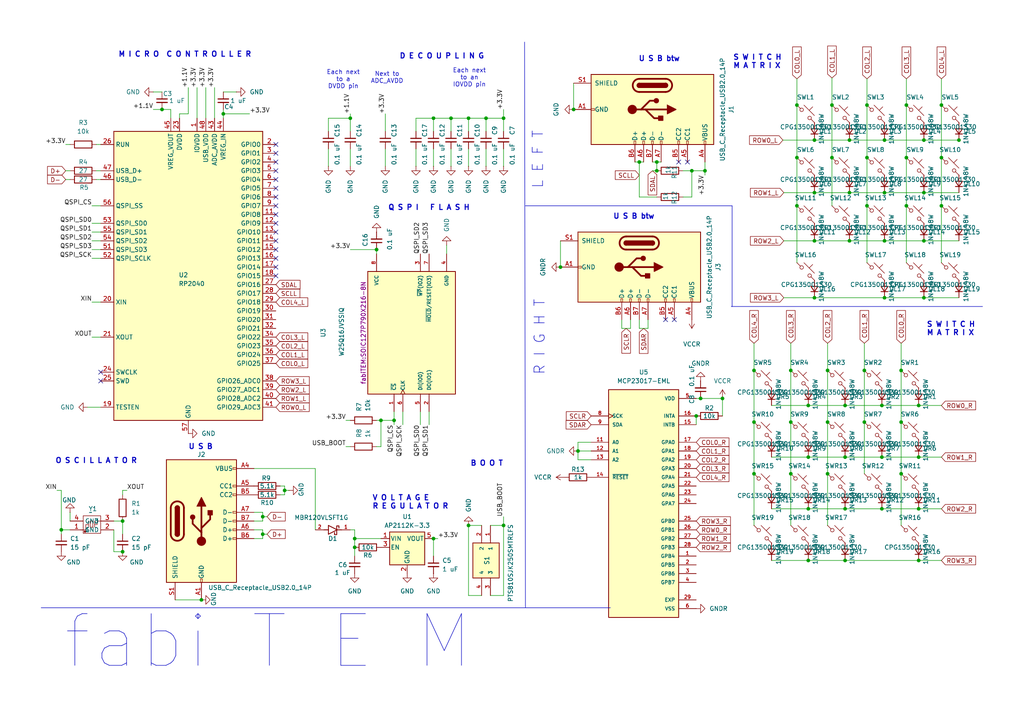
<source format=kicad_sch>
(kicad_sch (version 20231120) (generator "eeschema") (generator_version "8.0")
  (paper "A4")
  (title_block (title "fabiTEM split keyboard") (date "2024-05-23") (rev "0.5") (comment 1 "made by fabilab"))
  (junction (at 278.13 40.64))
  (junction (at 166.37 31.75))
  (junction (at 255.778 117.602))
  (junction (at 203.2 115.57))
  (junction (at 236.22 69.85))
  (junction (at 231.14 45.72))
  (junction (at 251.46 30.48))
  (junction (at 273.05 45.72))
  (junction (at 135.89 152.4))
  (junction (at 231.14 30.48))
  (junction (at 125.73 34.29))
  (junction (at 110.49 121.92))
  (junction (at 245.11 162.56))
  (junction (at 76.2 154.94))
  (junction (at 109.22 72.39))
  (junction (at 240.03 122.428))
  (junction (at 231.14 59.69))
  (junction (at 236.22 86.36))
  (junction (at 102.87 158.75))
  (junction (at 229.362 122.428))
  (junction (at 64.77 33.02))
  (junction (at 255.778 132.588))
  (junction (at 234.442 147.574))
  (junction (at 246.38 40.64))
  (junction (at 273.05 30.48))
  (junction (at 241.3 30.48))
  (junction (at 256.54 40.64))
  (junction (at 46.99 31.75))
  (junction (at 130.81 34.29))
  (junction (at 35.56 160.02))
  (junction (at 234.442 162.56))
  (junction (at 76.2 149.86))
  (junction (at 262.89 59.69))
  (junction (at 218.694 137.414))
  (junction (at 240.03 137.414))
  (junction (at 201.93 120.65))
  (junction (at 82.55 142.24))
  (junction (at 250.698 107.442))
  (junction (at 267.97 69.85))
  (junction (at 267.97 86.36))
  (junction (at 240.03 107.442))
  (junction (at 125.73 156.21))
  (junction (at 256.54 55.88))
  (junction (at 246.38 69.85))
  (junction (at 17.78 153.67))
  (junction (at 162.56 77.47))
  (junction (at 267.97 40.64))
  (junction (at 218.694 107.442))
  (junction (at 234.442 132.588))
  (junction (at 204.47 49.53))
  (junction (at 146.05 34.29))
  (junction (at 167.64 130.81))
  (junction (at 236.22 55.88))
  (junction (at 266.446 147.574))
  (junction (at 245.11 117.602))
  (junction (at 262.89 30.48))
  (junction (at 236.22 40.64))
  (junction (at 245.11 132.588))
  (junction (at 58.42 173.99))
  (junction (at 251.46 59.69))
  (junction (at 267.97 55.88))
  (junction (at 229.362 137.414))
  (junction (at 266.446 132.588))
  (junction (at 35.56 151.13))
  (junction (at 102.87 156.21))
  (junction (at 256.54 86.36))
  (junction (at 246.38 55.88))
  (junction (at 190.5 49.53))
  (junction (at 261.366 122.428))
  (junction (at 256.54 69.85))
  (junction (at 200.66 49.53))
  (junction (at 266.446 162.56))
  (junction (at 266.446 117.602))
  (junction (at 101.6 34.29))
  (junction (at 190.5 46.99))
  (junction (at 241.3 45.72))
  (junction (at 251.46 45.72))
  (junction (at 146.05 152.4))
  (junction (at 250.698 122.428))
  (junction (at 245.11 147.574))
  (junction (at 261.366 137.414))
  (junction (at 140.97 34.29))
  (junction (at 273.05 59.69))
  (junction (at 234.442 117.602))
  (junction (at 261.366 107.442))
  (junction (at 255.778 147.574))
  (junction (at 114.3 121.92))
  (junction (at 185.42 46.99))
  (junction (at 135.89 34.29))
  (junction (at 229.362 107.442))
  (junction (at 209.55 115.57))
  (junction (at 218.694 122.428))
  (junction (at 262.89 45.72))
  (no_connect (at 80.01 59.69))
  (no_connect (at 29.21 110.49))
  (no_connect (at 195.58 92.71))
  (no_connect (at 80.01 52.07))
  (no_connect (at 80.01 44.45))
  (no_connect (at 196.85 46.99))
  (no_connect (at 29.21 107.95))
  (no_connect (at 80.01 72.39))
  (no_connect (at 80.01 74.93))
  (no_connect (at 80.01 67.31))
  (no_connect (at 80.01 69.85))
  (no_connect (at 80.01 54.61))
  (no_connect (at 80.01 77.47))
  (no_connect (at 80.01 49.53))
  (no_connect (at 320.04 3.81))
  (no_connect (at 80.01 41.91))
  (no_connect (at 80.01 80.01))
  (no_connect (at 80.01 64.77))
  (no_connect (at 80.01 46.99))
  (no_connect (at 80.01 57.15))
  (no_connect (at 199.39 46.99))
  (no_connect (at 193.04 92.71))
  (no_connect (at 80.01 62.23))
  (wire (pts (xy 223.774 147.574) (xy 234.442 147.574)))
  (wire (pts (xy 139.7 172.72) (xy 135.89 172.72)))
  (wire (pts (xy 273.05 59.69) (xy 273.05 76.2)))
  (wire (pts (xy 64.77 33.02) (xy 72.39 33.02)))
  (wire (pts (xy 146.05 172.72) (xy 142.24 172.72)))
  (wire (pts (xy 223.774 132.588) (xy 234.442 132.588)))
  (wire (pts (xy 109.22 73.66) (xy 109.22 72.39)))
  (wire (pts (xy 185.42 46.99) (xy 184.15 46.99)))
  (wire (pts (xy 17.78 142.24) (xy 17.78 153.67)))
  (wire (pts (xy 234.442 162.56) (xy 245.11 162.56)))
  (wire (pts (xy 110.49 129.54) (xy 109.22 129.54)))
  (wire (pts (xy 261.366 99.568) (xy 261.366 107.442)))
  (wire (pts (xy 114.3 123.19) (xy 114.3 121.92)))
  (wire (pts (xy 190.5 46.99) (xy 190.5 49.53)))
  (wire (pts (xy 110.49 121.92) (xy 114.3 121.92)))
  (wire (pts (xy 246.38 40.64) (xy 256.54 40.64)))
  (wire (pts (xy 190.5 57.15) (xy 185.42 57.15)))
  (wire (pts (xy 121.92 123.19) (xy 121.92 119.38)))
  (wire (pts (xy 27.94 41.91) (xy 29.21 41.91)))
  (wire (pts (xy 76.2 154.94) (xy 76.2 153.67)))
  (wire (pts (xy 101.6 43.18) (xy 101.6 48.26)))
  (wire (pts (xy 236.22 69.85) (xy 246.38 69.85)))
  (wire (pts (xy 33.02 160.02) (xy 35.56 160.02)))
  (wire (pts (xy 266.446 117.602) (xy 273.05 117.602)))
  (wire (pts (xy 146.05 31.75) (xy 146.05 34.29)))
  (wire (pts (xy 191.77 46.99) (xy 190.5 46.99)))
  (wire (pts (xy 256.54 55.88) (xy 267.97 55.88)))
  (wire (pts (xy 120.65 34.29) (xy 125.73 34.29)))
  (wire (pts (xy 64.77 34.29) (xy 64.77 33.02)))
  (wire (pts (xy 218.694 99.568) (xy 218.694 107.442)))
  (wire (pts (xy 245.11 162.56) (xy 266.446 162.56)))
  (wire (pts (xy 73.66 151.13) (xy 76.2 151.13)))
  (wire (pts (xy 162.56 69.85) (xy 162.56 77.47)))
  (wire (pts (xy 101.6 38.1) (xy 101.6 34.29)))
  (wire (pts (xy 255.778 132.588) (xy 266.446 132.588)))
  (wire (pts (xy 204.47 46.99) (xy 204.47 49.53)))
  (wire (pts (xy 256.54 86.36) (xy 267.97 86.36)))
  (wire (pts (xy 218.694 137.414) (xy 218.694 152.4)))
  (wire (pts (xy 245.11 132.588) (xy 255.778 132.588)))
  (wire (pts (xy 218.694 122.428) (xy 218.694 137.414)))
  (wire (pts (xy 140.97 43.18) (xy 140.97 48.26)))
  (wire (pts (xy 273.05 45.72) (xy 273.05 59.69)))
  (wire (pts (xy 146.05 149.86) (xy 146.05 152.4)))
  (wire (pts (xy 227.33 55.88) (xy 236.22 55.88)))
  (wire (pts (xy 26.67 59.69) (xy 29.21 59.69)))
  (wire (pts (xy 187.96 92.71) (xy 187.96 95.25)))
  (wire (pts (xy 101.6 34.29) (xy 95.25 34.29)))
  (wire (pts (xy 167.64 133.35) (xy 167.64 130.81)))
  (wire (pts (xy 114.3 121.92) (xy 114.3 119.38)))
  (wire (pts (xy 241.3 45.72) (xy 241.3 59.69)))
  (wire (pts (xy 44.45 31.75) (xy 46.99 31.75)))
  (wire (pts (xy 33.02 153.67) (xy 33.02 160.02)))
  (wire (pts (xy 140.97 34.29) (xy 140.97 38.1)))
  (wire (pts (xy 101.6 33.02) (xy 101.6 34.29)))
  (wire (pts (xy 76.2 149.86) (xy 77.47 149.86)))
  (wire (pts (xy 135.89 152.4) (xy 139.7 152.4)))
  (wire (pts (xy 261.366 137.414) (xy 261.366 152.4)))
  (wire (pts (xy 234.442 117.602) (xy 245.11 117.602)))
  (wire (pts (xy 35.56 142.24) (xy 35.56 143.51)))
  (wire (pts (xy 187.96 95.25) (xy 185.42 95.25)))
  (wire (pts (xy 236.22 86.36) (xy 256.54 86.36)))
  (wire (pts (xy 231.14 59.69) (xy 231.14 76.2)))
  (wire (pts (xy 267.97 69.85) (xy 278.13 69.85)))
  (wire (pts (xy 273.05 30.48) (xy 273.05 45.72)))
  (wire (pts (xy 35.56 151.13) (xy 35.56 154.94)))
  (wire (pts (xy 185.42 46.99) (xy 185.42 57.15)))
  (wire (pts (xy 102.87 156.21) (xy 102.87 158.75)))
  (wire (pts (xy 33.02 151.13) (xy 35.56 151.13)))
  (wire (pts (xy 250.698 107.442) (xy 250.698 122.428)))
  (wire (pts (xy 240.03 99.568) (xy 240.03 107.442)))
  (wire (pts (xy 167.64 128.27) (xy 167.64 130.81)))
  (wire (pts (xy 223.774 117.602) (xy 234.442 117.602)))
  (wire (pts (xy 17.78 153.67) (xy 17.78 154.94)))
  (wire (pts (xy 135.89 34.29) (xy 130.81 34.29)))
  (wire (pts (xy 19.05 49.53) (xy 20.32 49.53)))
  (wire (pts (xy 52.07 33.02) (xy 54.61 33.02)))
  (wire (pts (xy 82.55 142.24) (xy 82.55 140.97)))
  (wire (pts (xy 166.37 24.13) (xy 166.37 31.75)))
  (polyline (pts (xy 284.988 88.9) (xy 212.09 88.9)))
  (wire (pts (xy 50.8 173.99) (xy 58.42 173.99)))
  (wire (pts (xy 17.78 153.67) (xy 20.32 153.67)))
  (wire (pts (xy 125.73 43.18) (xy 125.73 48.26)))
  (wire (pts (xy 171.45 128.27) (xy 167.64 128.27)))
  (wire (pts (xy 76.2 156.21) (xy 76.2 154.94)))
  (wire (pts (xy 261.366 107.442) (xy 261.366 122.428)))
  (wire (pts (xy 27.94 52.07) (xy 29.21 52.07)))
  (wire (pts (xy 246.38 69.85) (xy 256.54 69.85)))
  (wire (pts (xy 73.66 135.89) (xy 91.44 135.89)))
  (wire (pts (xy 120.65 34.29) (xy 120.65 38.1)))
  (wire (pts (xy 180.34 92.71) (xy 180.34 95.25)))
  (wire (pts (xy 44.45 26.67) (xy 46.99 26.67)))
  (wire (pts (xy 130.81 34.29) (xy 125.73 34.29)))
  (wire (pts (xy 266.446 132.588) (xy 273.05 132.588)))
  (wire (pts (xy 27.94 49.53) (xy 29.21 49.53)))
  (wire (pts (xy 64.77 26.67) (xy 68.58 26.67)))
  (wire (pts (xy 54.61 25.4) (xy 54.61 33.02)))
  (wire (pts (xy 146.05 152.4) (xy 146.05 172.72)))
  (wire (pts (xy 111.76 43.18) (xy 111.76 48.26)))
  (wire (pts (xy 35.56 142.24) (xy 36.83 142.24)))
  (wire (pts (xy 101.6 72.39) (xy 109.22 72.39)))
  (wire (pts (xy 171.45 133.35) (xy 167.64 133.35)))
  (wire (pts (xy 223.774 162.56) (xy 234.442 162.56)))
  (wire (pts (xy 204.47 49.53) (xy 204.47 50.8)))
  (wire (pts (xy 109.22 121.92) (xy 110.49 121.92)))
  (wire (pts (xy 266.446 162.56) (xy 273.05 162.56)))
  (wire (pts (xy 250.698 122.428) (xy 250.698 137.414)))
  (wire (pts (xy 102.87 156.21) (xy 110.49 156.21)))
  (wire (pts (xy 129.54 73.66) (xy 129.54 71.12)))
  (wire (pts (xy 245.11 147.574) (xy 255.778 147.574)))
  (wire (pts (xy 231.14 22.86) (xy 231.14 30.48)))
  (wire (pts (xy 81.28 143.51) (xy 82.55 143.51)))
  (wire (pts (xy 273.05 22.86) (xy 273.05 30.48)))
  (wire (pts (xy 256.54 69.85) (xy 267.97 69.85)))
  (wire (pts (xy 25.4 118.11) (xy 29.21 118.11)))
  (wire (pts (xy 240.03 122.428) (xy 240.03 137.414)))
  (wire (pts (xy 190.5 46.99) (xy 189.23 46.99)))
  (wire (pts (xy 231.14 45.72) (xy 231.14 59.69)))
  (wire (pts (xy 52.07 34.29) (xy 52.07 33.02)))
  (wire (pts (xy 142.24 152.4) (xy 146.05 152.4)))
  (wire (pts (xy 62.23 25.4) (xy 62.23 34.29)))
  (wire (pts (xy 116.84 123.19) (xy 116.84 119.38)))
  (wire (pts (xy 182.88 95.25) (xy 180.34 95.25)))
  (polyline (pts (xy 212.344 88.9) (xy 212.344 59.69)))
  (wire (pts (xy 262.89 59.69) (xy 262.89 76.2)))
  (wire (pts (xy 262.89 22.86) (xy 262.89 30.48)))
  (wire (pts (xy 203.2 115.57) (xy 201.93 115.57)))
  (wire (pts (xy 140.97 34.29) (xy 135.89 34.29)))
  (wire (pts (xy 111.76 33.02) (xy 111.76 38.1)))
  (wire (pts (xy 204.47 49.53) (xy 200.66 49.53)))
  (wire (pts (xy 229.362 107.442) (xy 229.362 122.428)))
  (wire (pts (xy 250.698 99.568) (xy 250.698 107.442)))
  (wire (pts (xy 26.67 97.79) (xy 29.21 97.79)))
  (wire (pts (xy 124.46 123.19) (xy 124.46 119.38)))
  (polyline (pts (xy 152.4 59.69) (xy 212.344 59.69)))
  (wire (pts (xy 73.66 156.21) (xy 76.2 156.21)))
  (wire (pts (xy 229.362 137.414) (xy 229.362 152.4)))
  (wire (pts (xy 140.97 34.29) (xy 146.05 34.29)))
  (wire (pts (xy 26.67 64.77) (xy 29.21 64.77)))
  (wire (pts (xy 64.77 33.02) (xy 64.77 31.75)))
  (wire (pts (xy 135.89 34.29) (xy 135.89 38.1)))
  (wire (pts (xy 76.2 154.94) (xy 77.47 154.94)))
  (wire (pts (xy 200.66 49.53) (xy 200.66 57.15)))
  (wire (pts (xy 26.67 72.39) (xy 29.21 72.39)))
  (polyline (pts (xy 152.146 12.192) (xy 152.4 176.276)) (stroke (width 0) (type solid)))
  (wire (pts (xy 100.33 129.54) (xy 101.6 129.54)))
  (wire (pts (xy 16.51 142.24) (xy 17.78 142.24)))
  (wire (pts (xy 227.076 40.64) (xy 236.22 40.64)))
  (wire (pts (xy 201.93 120.65) (xy 201.93 123.19)))
  (wire (pts (xy 185.42 92.71) (xy 185.42 95.25)))
  (wire (pts (xy 267.97 40.64) (xy 278.13 40.64)))
  (wire (pts (xy 26.67 74.93) (xy 29.21 74.93)))
  (wire (pts (xy 57.15 25.4) (xy 57.15 34.29)))
  (wire (pts (xy 76.2 148.59) (xy 73.66 148.59)))
  (wire (pts (xy 267.97 55.88) (xy 278.13 55.88)))
  (wire (pts (xy 262.89 45.72) (xy 262.89 59.69)))
  (wire (pts (xy 49.53 34.29) (xy 49.53 31.75)))
  (wire (pts (xy 20.32 148.59) (xy 20.32 151.13)))
  (wire (pts (xy 189.23 49.53) (xy 190.5 49.53)))
  (wire (pts (xy 125.73 156.21) (xy 127 156.21)))
  (wire (pts (xy 19.05 41.91) (xy 20.32 41.91)))
  (wire (pts (xy 251.46 59.69) (xy 251.46 76.2)))
  (wire (pts (xy 102.87 153.67) (xy 102.87 156.21)))
  (wire (pts (xy 100.33 121.92) (xy 101.6 121.92)))
  (wire (pts (xy 209.55 115.57) (xy 209.55 120.65)))
  (wire (pts (xy 95.25 43.18) (xy 95.25 48.26)))
  (polyline (pts (xy 11.938 176.276) (xy 177.038 176.276)) (stroke (width 0) (type solid)))
  (wire (pts (xy 46.99 31.75) (xy 49.53 31.75)))
  (wire (pts (xy 95.25 34.29) (xy 95.25 38.1)))
  (wire (pts (xy 120.65 43.18) (xy 120.65 48.26)))
  (wire (pts (xy 236.22 40.64) (xy 246.38 40.64)))
  (wire (pts (xy 200.66 49.53) (xy 198.12 49.53)))
  (wire (pts (xy 251.46 30.48) (xy 251.46 45.72)))
  (wire (pts (xy 146.05 43.18) (xy 146.05 48.26)))
  (wire (pts (xy 256.54 40.64) (xy 267.97 40.64)))
  (wire (pts (xy 234.442 147.574) (xy 245.11 147.574)))
  (wire (pts (xy 246.38 55.88) (xy 256.54 55.88)))
  (wire (pts (xy 236.22 55.88) (xy 246.38 55.88)))
  (wire (pts (xy 240.03 137.414) (xy 240.03 152.4)))
  (wire (pts (xy 101.6 153.67) (xy 102.87 153.67)))
  (wire (pts (xy 59.69 25.4) (xy 59.69 34.29)))
  (wire (pts (xy 125.73 156.21) (xy 125.73 161.29)))
  (wire (pts (xy 278.13 40.64) (xy 278.384 40.64)))
  (wire (pts (xy 241.3 30.48) (xy 241.3 45.72)))
  (wire (pts (xy 241.3 22.606) (xy 241.3 30.48)))
  (wire (pts (xy 130.81 34.29) (xy 130.81 38.1)))
  (wire (pts (xy 267.97 86.36) (xy 278.13 86.36)))
  (wire (pts (xy 262.89 30.48) (xy 262.89 45.72)))
  (wire (pts (xy 234.442 132.588) (xy 245.11 132.588)))
  (wire (pts (xy 229.362 122.428) (xy 229.362 137.414)))
  (wire (pts (xy 76.2 149.86) (xy 76.2 148.59)))
  (wire (pts (xy 146.05 34.29) (xy 146.05 38.1)))
  (wire (pts (xy 186.69 46.99) (xy 185.42 46.99)))
  (wire (pts (xy 245.11 117.602) (xy 255.778 117.602)))
  (wire (pts (xy 19.05 52.07) (xy 20.32 52.07)))
  (wire (pts (xy 102.87 158.75) (xy 102.87 161.29)))
  (wire (pts (xy 125.73 34.29) (xy 125.73 38.1)))
  (wire (pts (xy 218.694 107.442) (xy 218.694 122.428)))
  (wire (pts (xy 91.44 135.89) (xy 91.44 153.67)))
  (wire (pts (xy 209.55 115.57) (xy 203.2 115.57)))
  (wire (pts (xy 26.67 69.85) (xy 29.21 69.85)))
  (wire (pts (xy 229.362 99.568) (xy 229.362 107.442)))
  (wire (pts (xy 240.03 107.442) (xy 240.03 122.428)))
  (wire (pts (xy 255.778 147.574) (xy 266.446 147.574)))
  (wire (pts (xy 82.55 140.97) (xy 81.28 140.97)))
  (wire (pts (xy 171.45 130.81) (xy 167.64 130.81)))
  (wire (pts (xy 26.67 67.31) (xy 29.21 67.31)))
  (wire (pts (xy 135.89 43.18) (xy 135.89 48.26)))
  (wire (pts (xy 251.46 45.72) (xy 251.46 59.69)))
  (wire (pts (xy 76.2 153.67) (xy 73.66 153.67)))
  (wire (pts (xy 251.46 22.86) (xy 251.46 30.48)))
  (wire (pts (xy 198.12 57.15) (xy 200.66 57.15)))
  (wire (pts (xy 227.33 69.85) (xy 236.22 69.85)))
  (wire (pts (xy 76.2 151.13) (xy 76.2 149.86)))
  (wire (pts (xy 182.88 92.71) (xy 182.88 95.25)))
  (wire (pts (xy 227.33 86.36) (xy 236.22 86.36)))
  (wire (pts (xy 266.446 147.574) (xy 273.05 147.574)))
  (wire (pts (xy 82.55 143.51) (xy 82.55 142.24)))
  (wire (pts (xy 130.81 43.18) (xy 130.81 48.26)))
  (wire (pts (xy 231.14 30.48) (xy 231.14 45.72)))
  (wire (pts (xy 255.778 117.602) (xy 266.446 117.602)))
  (wire (pts (xy 26.67 87.63) (xy 29.21 87.63)))
  (wire (pts (xy 261.366 122.428) (xy 261.366 137.414)))
  (wire (pts (xy 135.89 172.72) (xy 135.89 152.4)))
  (wire (pts (xy 82.55 142.24) (xy 83.82 142.24)))
  (wire (pts (xy 110.49 129.54) (xy 110.49 121.92)))
  (text "Next to\nADC_AVDD" (at 112.268 22.606 0) (effects (font (size 1.27 1.27))))
  (text "Each next\nto an\nIOVDD pin" (at 136.144 22.606 0) (effects (font (size 1.27 1.27))))
  (text "U S B btw" (at 177.8 63.754 0) (effects (font (size 1.5 1.5) (thickness 0.3) (bold yes)) (justify left bottom)))
  (text "Q S P I   F L A S H" (at 112.522 61.214 0) (effects (font (size 1.5 1.5) (thickness 0.3) (bold yes)) (justify left bottom)))
  (text "S W I T C H\nM A T R I X" (at 212.598 20.066 0) (effects (font (size 1.5 1.5) (thickness 0.3) (bold yes)) (justify left bottom)))
  (text "B O O T\n" (at 136.398 135.382 0) (effects (font (size 1.5 1.5) (thickness 0.3) (bold yes)) (justify left bottom)))
  (text "fabi T E M" (at 18.034 195.072 0) (effects (font (size 15 15)) (justify left bottom)))
  (text "S W I T C H\nM A T R I X" (at 268.732 97.536 0) (effects (font (size 1.5 1.5) (thickness 0.3) (bold yes)) (justify left bottom)))
  (text "U S B btw" (at 185.166 18.034 0) (effects (font (size 1.5 1.5) (thickness 0.3) (bold yes)) (justify left bottom)))
  (text "V O L T A G E\nR E G U L A T O R" (at 107.95 147.828 0) (effects (font (size 1.5 1.5) (thickness 0.3) (bold yes)) (justify left bottom)))
  (text "U S B" (at 54.61 130.556 0) (effects (font (size 1.5 1.5) (thickness 0.3) (bold yes)) (justify left bottom)))
  (text "Each next\nto a\nDVDD pin" (at 99.568 23.114 0) (effects (font (size 1.27 1.27))))
  (text "O S C I L L A T O R" (at 16.002 134.62 0) (effects (font (size 1.5 1.5) (thickness 0.3) (bold yes)) (justify left bottom)))
  (text "D E C O U P L I N G" (at 115.824 17.272 0) (effects (font (size 1.5 1.5) (thickness 0.3) (bold yes)) (justify left bottom)))
  (text "R I G H T" (at 158.242 108.966 90) (effects (font (size 3 3)) (justify left bottom)))
  (text "L E F T" (at 157.734 37.846 90) (effects (font (size 3 3)) (justify right bottom)))
  (text "M I C R O  C O N T R O L L E R" (at 34.29 16.764 0) (effects (font (size 1.5 1.5) (thickness 0.3) (bold yes)) (justify left bottom)))
  (label "XOUT" (at 36.83 142.24 0))
  (label "QSPI_SD0" (at 121.92 123.19 270))
  (label "QSPI_SD1" (at 124.46 123.19 270))
  (label "+1.1V" (at 101.6 33.02 90))
  (label "+1.1V" (at 54.61 25.4 90))
  (label "QSPI_SD3" (at 26.67 72.39 180))
  (label "QSPI_SD2" (at 121.92 73.66 90))
  (label "QSPI_SD1" (at 26.67 67.31 180))
  (label "QSPI_SCK" (at 26.67 74.93 180))
  (label "+3.3V" (at 19.05 41.91 180))
  (label "+3.3V" (at 204.47 50.8 270))
  (label "QSPI_CS" (at 114.3 123.19 270))
  (label "XOUT" (at 26.67 97.79 180))
  (label "+3.3V" (at 62.23 25.4 90))
  (label "+3.3V" (at 127 156.21 0))
  (label "+1.1V" (at 44.45 31.75 180))
  (label "+3.3V" (at 101.6 72.39 180))
  (label "QSPI_SD0" (at 26.67 64.77 180))
  (label "QSPI_CS" (at 26.67 59.69 180))
  (label "+3.3V" (at 59.69 25.4 90))
  (label "XIN" (at 16.51 142.24 180))
  (label "+3.3V" (at 57.15 25.4 90))
  (label "QSPI_SD2" (at 26.67 69.85 180))
  (label "USB_BOOT" (at 100.33 129.54 180))
  (label "QSPI_SCK" (at 116.84 123.19 270))
  (label "QSPI_SD3" (at 124.46 73.66 90))
  (label "+3.3V" (at 111.76 33.02 90))
  (label "+3.3V" (at 72.39 33.02 0))
  (label "+3.3V" (at 146.05 31.75 90))
  (label "USB_BOOT" (at 146.05 149.86 90))
  (label "XIN" (at 26.67 87.63 180))
  (label "+3.3V" (at 100.33 121.92 180))
  (global_label "ROW3_R" (shape input) (at 273.05 162.56 0) (property "Intersheetrefs" "${INTERSHEET_REFS}" (effects (hide yes))))
  (global_label "COL3_L" (shape input) (at 262.89 22.86 90) (property "Intersheetrefs" "${INTERSHEET_REFS}" (effects (hide yes))))
  (global_label "COL4_L" (shape input) (at 273.05 22.86 90) (property "Intersheetrefs" "${INTERSHEET_REFS}" (effects (hide yes))))
  (global_label "ROW0_R" (shape input) (at 273.05 117.602 0) (property "Intersheetrefs" "${INTERSHEET_REFS}" (effects (hide yes))))
  (global_label "COL1_L" (shape input) (at 241.3 22.606 90) (property "Intersheetrefs" "${INTERSHEET_REFS}" (effects (hide yes))))
  (global_label "COL2_R" (shape input) (at 240.03 99.568 90) (property "Intersheetrefs" "${INTERSHEET_REFS}" (effects (hide yes))))
  (global_label "SCLR" (shape input) (at 181.61 95.25 270) (property "Intersheetrefs" "${INTERSHEET_REFS}" (effects (hide yes))))
  (global_label "SCLL" (shape input) (at 185.42 50.8 180) (property "Intersheetrefs" "${INTERSHEET_REFS}" (effects (hide yes))))
  (global_label "ROW0_R" (shape input) (at 201.93 153.67 0) (property "Intersheetrefs" "${INTERSHEET_REFS}" (effects (hide yes))))
  (global_label "COL0_R" (shape input) (at 201.93 128.27 0) (property "Intersheetrefs" "${INTERSHEET_REFS}" (effects (hide yes))))
  (global_label "COL4_R" (shape input) (at 201.93 138.43 0) (property "Intersheetrefs" "${INTERSHEET_REFS}" (effects (hide yes))))
  (global_label "SCLR" (shape input) (at 171.45 120.65 180) (property "Intersheetrefs" "${INTERSHEET_REFS}" (effects (hide yes))))
  (global_label "ROW3_L" (shape input) (at 227.33 86.36 180) (property "Intersheetrefs" "${INTERSHEET_REFS}" (effects (hide yes))))
  (global_label "SDAR" (shape input) (at 186.69 95.25 270) (property "Intersheetrefs" "${INTERSHEET_REFS}" (effects (hide yes))))
  (global_label "COL1_R" (shape input) (at 201.93 130.81 0) (property "Intersheetrefs" "${INTERSHEET_REFS}" (effects (hide yes))))
  (global_label "ROW3_R" (shape input) (at 201.93 151.13 0) (property "Intersheetrefs" "${INTERSHEET_REFS}" (effects (hide yes))))
  (global_label "ROW0_L" (shape input) (at 227.076 40.64 180) (property "Intersheetrefs" "${INTERSHEET_REFS}" (effects (hide yes))))
  (global_label "ROW1_R" (shape input) (at 273.05 132.588 0) (property "Intersheetrefs" "${INTERSHEET_REFS}" (effects (hide yes))))
  (global_label "SDAR" (shape input) (at 171.45 123.19 180) (property "Intersheetrefs" "${INTERSHEET_REFS}" (effects (hide yes))))
  (global_label "D-" (shape input) (at 77.47 149.86 0) (property "Intersheetrefs" "${INTERSHEET_REFS}" (effects (hide yes))))
  (global_label "COL0_L" (shape input) (at 231.14 22.86 90) (property "Intersheetrefs" "${INTERSHEET_REFS}" (effects (hide yes))))
  (global_label "ROW3_L" (shape input) (at 80.01 110.49 0) (property "Intersheetrefs" "${INTERSHEET_REFS}" (effects (hide yes))))
  (global_label "COL3_R" (shape input) (at 201.93 135.89 0) (property "Intersheetrefs" "${INTERSHEET_REFS}" (effects (hide yes))))
  (global_label "D+" (shape input) (at 77.47 154.94 0) (property "Intersheetrefs" "${INTERSHEET_REFS}" (effects (hide yes))))
  (global_label "COL4_R" (shape input) (at 218.694 99.568 90) (property "Intersheetrefs" "${INTERSHEET_REFS}" (effects (hide yes))))
  (global_label "COL3_R" (shape input) (at 229.362 99.568 90) (property "Intersheetrefs" "${INTERSHEET_REFS}" (effects (hide yes))))
  (global_label "ROW1_L" (shape input) (at 227.33 55.88 180) (property "Intersheetrefs" "${INTERSHEET_REFS}" (effects (hide yes))))
  (global_label "ROW2_L" (shape input) (at 80.01 113.03 0) (property "Intersheetrefs" "${INTERSHEET_REFS}" (effects (hide yes))))
  (global_label "COL2_R" (shape input) (at 201.93 133.35 0) (property "Intersheetrefs" "${INTERSHEET_REFS}" (effects (hide yes))))
  (global_label "SCLL" (shape input) (at 80.01 85.09 0) (property "Intersheetrefs" "${INTERSHEET_REFS}" (effects (hide yes))))
  (global_label "ROW1_L" (shape input) (at 80.01 115.57 0) (property "Intersheetrefs" "${INTERSHEET_REFS}" (effects (hide yes))))
  (global_label "COL1_R" (shape input) (at 250.698 99.568 90) (property "Intersheetrefs" "${INTERSHEET_REFS}" (effects (hide yes))))
  (global_label "D-" (shape input) (at 19.05 52.07 180) (property "Intersheetrefs" "${INTERSHEET_REFS}" (effects (hide yes))))
  (global_label "COL0_L" (shape input) (at 80.01 105.41 0) (property "Intersheetrefs" "${INTERSHEET_REFS}" (effects (hide yes))))
  (global_label "COL2_L" (shape input) (at 80.01 100.33 0) (property "Intersheetrefs" "${INTERSHEET_REFS}" (effects (hide yes))))
  (global_label "ROW1_R" (shape input) (at 201.93 156.21 0) (property "Intersheetrefs" "${INTERSHEET_REFS}" (effects (hide yes))))
  (global_label "SDAL" (shape input) (at 189.23 49.53 270) (property "Intersheetrefs" "${INTERSHEET_REFS}" (effects (hide yes))))
  (global_label "ROW2_R" (shape input) (at 273.05 147.574 0) (property "Intersheetrefs" "${INTERSHEET_REFS}" (effects (hide yes))))
  (global_label "SDAL" (shape input) (at 80.01 82.55 0) (property "Intersheetrefs" "${INTERSHEET_REFS}" (effects (hide yes))))
  (global_label "COL0_R" (shape input) (at 261.366 99.568 90) (property "Intersheetrefs" "${INTERSHEET_REFS}" (effects (hide yes))))
  (global_label "COL3_L" (shape input) (at 80.01 97.79 0) (property "Intersheetrefs" "${INTERSHEET_REFS}" (effects (hide yes))))
  (global_label "COL2_L" (shape input) (at 251.46 22.86 90) (property "Intersheetrefs" "${INTERSHEET_REFS}" (effects (hide yes))))
  (global_label "D+" (shape input) (at 19.05 49.53 180) (property "Intersheetrefs" "${INTERSHEET_REFS}" (effects (hide yes))))
  (global_label "ROW2_L" (shape input) (at 227.33 69.85 180) (property "Intersheetrefs" "${INTERSHEET_REFS}" (effects (hide yes))))
  (global_label "COL4_L" (shape input) (at 80.01 87.63 0) (property "Intersheetrefs" "${INTERSHEET_REFS}" (effects (hide yes))))
  (global_label "ROW0_L" (shape input) (at 80.01 118.11 0) (property "Intersheetrefs" "${INTERSHEET_REFS}" (effects (hide yes))))
  (global_label "COL1_L" (shape input) (at 80.01 102.87 0) (property "Intersheetrefs" "${INTERSHEET_REFS}" (effects (hide yes))))
  (global_label "ROW2_R" (shape input) (at 201.93 158.75 0) (property "Intersheetrefs" "${INTERSHEET_REFS}" (effects (hide yes))))
  (symbol (lib_name "D_Small_25") (lib_id "fabiTEM:D_Small") (at 278.13 83.82 90) (unit 1)
    (property "Reference" "DL19" (at 279.4 83.82 90) (effects (justify right)))
    (property "Value" "1N4148W" (at 280.162 87.63 0) (effects (justify left)))
    (property "Footprint" "fabiTEM:Diode_SOD123" (effects (hide yes)))
    (property "Description" "100V 0.15A Fast Switching Diode, SOD-123" (effects (hide yes)))
    (property "Sim.Device" "D" (effects (hide yes)))
    (property "Sim.Pins" "1=K 2=A" (effects (hide yes)))
  )
  (symbol (lib_id "fabiTEM:SW_Push_45deg") (at 253.238 109.982 0) (unit 1)
    (property "Reference" "SWR2" (at 253.238 105.156 0))
    (property "Value" "CPG135001S30" (at 253.238 113.792 0))
    (property "Footprint" "fabiTEM:Kailh_socket_PG1350_reverse" (effects (hide yes)))
    (property "Description" "Push button switch, normally open, two pins, 45° tilted" (effects (hide yes)))
  )
  (symbol (lib_id "MCP23017-EML:MCP23017-EML") (at 186.69 146.05 0) (unit 1)
    (property "Reference" "U5" (at 186.69 107.95 0))
    (property "Value" "MCP23017-EML" (at 186.69 110.49 0))
    (property "Footprint" "fabiTEM:QFN65P600X600X100-29N" (effects (hide yes)))
    (property "MF" "Microchip" (effects (hide yes)))
    (property "MAXIMUM_PACKAGE_HEIGHT" "1.00 mm" (effects (hide yes)))
    (property "Package" "QFN-28 Microchip" (effects (hide yes)))
    (property "Price" "None" (effects (hide yes)))
    (property "Check_prices" "https://www.snapeda.com/parts/MCP23017-E/ML/Microchip/view-part/?ref=eda" (effects (hide yes)))
    (property "STANDARD" "IPC-7351B" (effects (hide yes)))
    (property "PARTREV" "C" (effects (hide yes)))
    (property "SnapEDA_Link" "https://www.snapeda.com/parts/MCP23017-E/ML/Microchip/view-part/?ref=snap" (effects (hide yes)))
    (property "MP" "MCP23017-E/ML" (effects (hide yes)))
    (property "Purchase-URL" "https://www.snapeda.com/api/url_track_click_mouser/?unipart_id=48847&manufacturer=Microchip&part_name=MCP23017-E/ML&search_term=mcp23017" (effects (hide yes)))
    (property "Description_1" "\nMicrochip MCP23017-E/ML I/O Expander, 28-Pin QFN | Microchip Technology Inc. MCP23017-E/ML\n" (effects (hide yes)))
    (property "Availability" "In Stock" (effects (hide yes)))
    (property "MANUFACTURER" "Microchip Technology Inc." (effects (hide yes)))
  )
  (symbol (lib_id "fabiTEM:SW_Push_45deg") (at 254 78.74 0) (unit 1)
    (property "Reference" "SWL17" (at 254 73.914 0))
    (property "Value" "CPG135001S30" (at 254 82.55 0))
    (property "Footprint" "fabiTEM:Kailh_socket_PG1350_reverse" (effects (hide yes)))
    (property "Description" "Push button switch, normally open, two pins, 45° tilted" (effects (hide yes)))
  )
  (symbol (lib_id "power:GND") (at 129.54 71.12 180) (unit 1)
    (property "Reference" "#PWR020" (effects (hide yes)))
    (property "Value" "GND" (at 129.5399 67.31 90) (effects (justify right)))
    (property "Description" "Power symbol creates a global label with name \"GND\" , ground" (effects (hide yes)))
  )
  (symbol (lib_id "fabiTEM:SW_Push_45deg") (at 233.68 78.74 0) (unit 1)
    (property "Reference" "SWL16" (at 233.68 73.914 0))
    (property "Value" "CPG135001S30" (at 233.934 82.55 0))
    (property "Footprint" "fabiTEM:Kailh_socket_PG1350_reverse" (effects (hide yes)))
    (property "Description" "Push button switch, normally open, two pins, 45° tilted" (effects (hide yes)))
  )
  (symbol (lib_id "power:VBUS") (at 163.83 138.43 90) (unit 1)
    (property "Reference" "#PWR032" (effects (hide yes)))
    (property "Value" "VCCR" (at 160.02 138.4299 90) (effects (justify left)))
    (property "Description" "Power symbol creates a global label with name \"VBUS\"" (effects (hide yes)))
  )
  (symbol (lib_id "fabiTEM:SW_Push_45deg") (at 263.906 154.94 0) (unit 1)
    (property "Reference" "SWR16" (at 263.906 150.114 0))
    (property "Value" "CPG135001S30" (at 263.906 158.75 0))
    (property "Footprint" "fabiTEM:Kailh_socket_PG1350_reverse" (effects (hide yes)))
    (property "Description" "Push button switch, normally open, two pins, 45° tilted" (effects (hide yes)))
  )
  (symbol (lib_id "Device:C_Small") (at 120.65 40.64 0) (unit 1)
    (property "Reference" "C17" (at 123.19 37.846 90))
    (property "Value" "0.1 uF" (at 123.19 44.704 90))
    (property "Footprint" "Capacitor_SMD:C_0201_0603Metric" (effects (hide yes)))
    (property "Description" "Unpolarized capacitor, small symbol" (effects (hide yes)))
  )
  (symbol (lib_id "fabiTEM:SW_Push_45deg") (at 265.43 33.02 0) (unit 1)
    (property "Reference" "SWL4" (at 265.43 28.194 0))
    (property "Value" "CPG135001S30" (at 265.43 36.83 0))
    (property "Footprint" "fabiTEM:Kailh_socket_PG1350_reverse" (effects (hide yes)))
    (property "Description" "Push button switch, normally open, two pins, 45° tilted" (effects (hide yes)))
  )
  (symbol (lib_id "Device:C_Small") (at 46.99 29.21 0) (unit 1)
    (property "Reference" "C3" (at 47.244 27.178 0) (effects (justify left)))
    (property "Value" "1 uF" (at 49.022 29.21 0) (effects (justify left)))
    (property "Footprint" "Capacitor_SMD:C_0201_0603Metric" (effects (hide yes)))
    (property "Description" "Unpolarized capacitor, small symbol" (effects (hide yes)))
  )
  (symbol (lib_name "D_Small_15") (lib_id "fabiTEM:D_Small") (at 266.446 130.048 90) (unit 1)
    (property "Reference" "DR6" (at 267.716 130.048 90) (effects (justify right)))
    (property "Value" "1N4148W" (at 268.478 133.858 0) (effects (justify left)))
    (property "Footprint" "fabiTEM:Diode_SOD123" (effects (hide yes)))
    (property "Description" "100V 0.15A Fast Switching Diode, SOD-123" (effects (hide yes)))
    (property "Sim.Device" "D" (effects (hide yes)))
    (property "Sim.Pins" "1=K 2=A" (effects (hide yes)))
  )
  (symbol (lib_id "power:GND") (at 135.89 48.26 0) (unit 1)
    (property "Reference" "#PWR014" (effects (hide yes)))
    (property "Value" "GND" (at 135.8901 52.07 90) (effects (justify right)))
    (property "Description" "Power symbol creates a global label with name \"GND\" , ground" (effects (hide yes)))
  )
  (symbol (lib_id "power:GND") (at 101.6 48.26 0) (unit 1)
    (property "Reference" "#PWR018" (effects (hide yes)))
    (property "Value" "GND" (at 101.6001 52.07 90) (effects (justify right)))
    (property "Description" "Power symbol creates a global label with name \"GND\" , ground" (effects (hide yes)))
  )
  (symbol (lib_id "fabiTEM:SW_Push_45deg") (at 242.57 109.982 0) (unit 1)
    (property "Reference" "SWR3" (at 242.57 105.156 0))
    (property "Value" "CPG135001S30" (at 242.57 113.792 0))
    (property "Footprint" "fabiTEM:Kailh_socket_PG1350_reverse" (effects (hide yes)))
    (property "Description" "Push button switch, normally open, two pins, 45° tilted" (effects (hide yes)))
  )
  (symbol (lib_id "Device:R") (at 77.47 143.51 90) (unit 1)
    (property "Reference" "R10" (at 77.47 145.796 90))
    (property "Value" "5.1k" (at 77.47 143.51 90))
    (property "Footprint" "Resistor_SMD:R_0201_0603Metric" (effects (hide yes)))
    (property "Description" "Resistor" (effects (hide yes)))
  )
  (symbol (lib_id "fabiTEM:SW_Push_45deg") (at 254 33.02 0) (unit 1)
    (property "Reference" "SWL3" (at 254 28.194 0))
    (property "Value" "CPG135001S30" (at 254 36.83 0))
    (property "Footprint" "fabiTEM:Kailh_socket_PG1350_reverse" (effects (hide yes)))
    (property "Description" "Push button switch, normally open, two pins, 45° tilted" (effects (hide yes)))
  )
  (symbol (lib_id "Device:C_Small") (at 140.97 40.64 0) (unit 1)
    (property "Reference" "C9" (at 143.51 37.846 90))
    (property "Value" "0.1 uF" (at 143.51 44.704 90))
    (property "Footprint" "Capacitor_SMD:C_0201_0603Metric" (effects (hide yes)))
    (property "Description" "Unpolarized capacitor, small symbol" (effects (hide yes)))
  )
  (symbol (lib_name "D_Small_6") (lib_id "fabiTEM:D_Small") (at 223.774 115.062 90) (unit 1)
    (property "Reference" "DR5" (at 225.044 115.062 90) (effects (justify right)))
    (property "Value" "1N4148W" (at 225.806 118.872 0) (effects (justify left)))
    (property "Footprint" "fabiTEM:Diode_SOD123" (effects (hide yes)))
    (property "Description" "100V 0.15A Fast Switching Diode, SOD-123" (effects (hide yes)))
    (property "Sim.Device" "D" (effects (hide yes)))
    (property "Sim.Pins" "1=K 2=A" (effects (hide yes)))
  )
  (symbol (lib_id "power:GND") (at 203.2 110.49 180) (unit 1)
    (property "Reference" "#PWR025" (effects (hide yes)))
    (property "Value" "GNDR" (at 203.2 105.41 0))
    (property "Description" "Power symbol creates a global label with name \"GND\" , ground" (effects (hide yes)))
  )
  (symbol (lib_id "power:GND") (at 130.81 48.26 0) (unit 1)
    (property "Reference" "#PWR015" (effects (hide yes)))
    (property "Value" "GND" (at 130.8101 52.07 90) (effects (justify right)))
    (property "Description" "Power symbol creates a global label with name \"GND\" , ground" (effects (hide yes)))
  )
  (symbol (lib_id "Device:C_Small") (at 111.76 40.64 0) (unit 1)
    (property "Reference" "C13" (at 114.3 37.846 90))
    (property "Value" "0.1 uF" (at 114.3 44.704 90))
    (property "Footprint" "Capacitor_SMD:C_0201_0603Metric" (effects (hide yes)))
    (property "Description" "Unpolarized capacitor, small symbol" (effects (hide yes)))
  )
  (symbol (lib_id "fabiTEM:SW_Push_45deg") (at 221.234 124.968 0) (unit 1)
    (property "Reference" "SWR10" (at 221.234 120.142 0))
    (property "Value" "CPG135001S30" (at 221.234 128.778 0))
    (property "Footprint" "fabiTEM:Kailh_socket_PG1350_reverse" (effects (hide yes)))
    (property "Description" "Push button switch, normally open, two pins, 45° tilted" (effects (hide yes)))
  )
  (symbol (lib_id "fabiTEM:SW_Push_45deg") (at 253.238 139.954 0) (unit 1)
    (property "Reference" "SWR12" (at 253.238 135.128 0))
    (property "Value" "CPG135001S30" (at 253.238 143.764 0))
    (property "Footprint" "fabiTEM:Kailh_socket_PG1350_reverse" (effects (hide yes)))
    (property "Description" "Push button switch, normally open, two pins, 45° tilted" (effects (hide yes)))
  )
  (symbol (lib_id "power:GND") (at 135.89 152.4 180) (unit 1)
    (property "Reference" "#PWR022" (effects (hide yes)))
    (property "Value" "GND" (at 135.8901 148.59 90) (effects (justify right)))
    (property "Description" "Power symbol creates a global label with name \"GND\" , ground" (effects (hide yes)))
  )
  (symbol (lib_id "fabiTEM:SW_Push_45deg") (at 242.57 124.968 0) (unit 1)
    (property "Reference" "SWR8" (at 242.57 120.142 0))
    (property "Value" "CPG135001S30" (at 242.57 128.778 0))
    (property "Footprint" "fabiTEM:Kailh_socket_PG1350_reverse" (effects (hide yes)))
    (property "Description" "Push button switch, normally open, two pins, 45° tilted" (effects (hide yes)))
  )
  (symbol (lib_id "fabiTEM:SW_Push_45deg") (at 243.84 48.26 0) (unit 1)
    (property "Reference" "SWL7" (at 243.84 43.434 0))
    (property "Value" "CPG135001S30" (at 243.84 52.07 0))
    (property "Footprint" "fabiTEM:Kailh_socket_PG1350_reverse" (effects (hide yes)))
    (property "Description" "Push button switch, normally open, two pins, 45° tilted" (effects (hide yes)))
  )
  (symbol (lib_name "D_Small_17") (lib_id "fabiTEM:D_Small") (at 234.442 145.034 90) (unit 1)
    (property "Reference" "DR14" (at 235.712 145.034 90) (effects (justify right)))
    (property "Value" "1N4148W" (at 236.474 148.844 0) (effects (justify left)))
    (property "Footprint" "fabiTEM:Diode_SOD123" (effects (hide yes)))
    (property "Description" "100V 0.15A Fast Switching Diode, SOD-123" (effects (hide yes)))
    (property "Sim.Device" "D" (effects (hide yes)))
    (property "Sim.Pins" "1=K 2=A" (effects (hide yes)))
  )
  (symbol (lib_id "power:GND") (at 120.65 48.26 0) (unit 1)
    (property "Reference" "#PWR031" (effects (hide yes)))
    (property "Value" "GND" (at 120.6501 52.07 90) (effects (justify right)))
    (property "Description" "Power symbol creates a global label with name \"GND\" , ground" (effects (hide yes)))
  )
  (symbol (lib_id "fabiTEM:SW_Push_45deg") (at 242.57 139.954 0) (unit 1)
    (property "Reference" "SWR13" (at 242.57 135.128 0))
    (property "Value" "CPG135001S30" (at 242.57 143.764 0))
    (property "Footprint" "fabiTEM:Kailh_socket_PG1350_reverse" (effects (hide yes)))
    (property "Description" "Push button switch, normally open, two pins, 45° tilted" (effects (hide yes)))
  )
  (symbol (lib_name "D_Small_1") (lib_id "fabiTEM:D_Small") (at 236.22 38.1 90) (unit 1)
    (property "Reference" "DL1" (at 237.49 38.1 90) (effects (justify right)))
    (property "Value" "1N4148W" (at 238.252 41.91 0) (effects (justify left)))
    (property "Footprint" "fabiTEM:Diode_SOD123" (effects (hide yes)))
    (property "Description" "100V 0.15A Fast Switching Diode, SOD-123" (effects (hide yes)))
    (property "Sim.Device" "D" (effects (hide yes)))
    (property "Sim.Pins" "1=K 2=A" (effects (hide yes)))
  )
  (symbol (lib_name "D_Small_23") (lib_id "fabiTEM:D_Small") (at 266.446 160.02 90) (unit 1)
    (property "Reference" "DR16" (at 267.716 160.02 90) (effects (justify right)))
    (property "Value" "1N4148W" (at 268.478 163.83 0) (effects (justify left)))
    (property "Footprint" "fabiTEM:Diode_SOD123" (effects (hide yes)))
    (property "Description" "100V 0.15A Fast Switching Diode, SOD-123" (effects (hide yes)))
    (property "Sim.Device" "D" (effects (hide yes)))
    (property "Sim.Pins" "1=K 2=A" (effects (hide yes)))
  )
  (symbol (lib_id "power:GND") (at 140.97 48.26 0) (unit 1)
    (property "Reference" "#PWR013" (effects (hide yes)))
    (property "Value" "GND" (at 140.9701 52.07 90) (effects (justify right)))
    (property "Description" "Power symbol creates a global label with name \"GND\" , ground" (effects (hide yes)))
  )
  (symbol (lib_id "power:GND") (at 83.82 142.24 90) (unit 1)
    (property "Reference" "#PWR012" (effects (hide yes)))
    (property "Value" "GND" (at 87.376 141.986 0))
    (property "Description" "Power symbol creates a global label with name \"GND\" , ground" (effects (hide yes)))
  )
  (symbol (lib_id "fabiTEM:SW_Push_45deg") (at 221.234 109.982 0) (unit 1)
    (property "Reference" "SWR5" (at 221.234 105.156 0))
    (property "Value" "CPG135001S30" (at 221.234 113.792 0))
    (property "Footprint" "fabiTEM:Kailh_socket_PG1350_reverse" (effects (hide yes)))
    (property "Description" "Push button switch, normally open, two pins, 45° tilted" (effects (hide yes)))
  )
  (symbol (lib_id "Device:R") (at 77.47 140.97 90) (unit 1)
    (property "Reference" "R9" (at 77.216 138.684 90))
    (property "Value" "5.1k" (at 77.47 140.97 90))
    (property "Footprint" "Resistor_SMD:R_0201_0603Metric" (effects (hide yes)))
    (property "Description" "Resistor" (effects (hide yes)))
  )
  (symbol (lib_id "power:GND") (at 102.87 166.37 0) (unit 1)
    (property "Reference" "#PWR010" (effects (hide yes)))
    (property "Value" "GND" (at 102.87 171.45 0))
    (property "Description" "Power symbol creates a global label with name \"GND\" , ground" (effects (hide yes)))
  )
  (symbol (lib_name "D_Small_2") (lib_id "fabiTEM:D_Small") (at 246.38 38.1 90) (unit 1)
    (property "Reference" "DL2" (at 247.65 38.1 90) (effects (justify right)))
    (property "Value" "1N4148W" (at 248.412 41.91 0) (effects (justify left)))
    (property "Footprint" "fabiTEM:Diode_SOD123" (effects (hide yes)))
    (property "Description" "100V 0.15A Fast Switching Diode, SOD-123" (effects (hide yes)))
    (property "Sim.Device" "D" (effects (hide yes)))
    (property "Sim.Pins" "1=K 2=A" (effects (hide yes)))
  )
  (symbol (lib_id "power:GND") (at 58.42 173.99 90) (unit 1)
    (property "Reference" "#PWR07" (effects (hide yes)))
    (property "Value" "GND" (at 61.976 173.736 0))
    (property "Description" "Power symbol creates a global label with name \"GND\" , ground" (effects (hide yes)))
  )
  (symbol (lib_id "fabiTEM:SW_Push_45deg") (at 254 48.26 0) (unit 1)
    (property "Reference" "SWL8" (at 254 43.434 0))
    (property "Value" "CPG135001S30" (at 254 52.07 0))
    (property "Footprint" "fabiTEM:Kailh_socket_PG1350_reverse" (effects (hide yes)))
    (property "Description" "Push button switch, normally open, two pins, 45° tilted" (effects (hide yes)))
  )
  (symbol (lib_id "fabiTEM:SW_Push_45deg") (at 265.43 62.23 0) (unit 1)
    (property "Reference" "SWL14" (at 265.43 57.404 0))
    (property "Value" "CPG135001S30" (at 265.43 66.04 0))
    (property "Footprint" "fabiTEM:Kailh_socket_PG1350_reverse" (effects (hide yes)))
    (property "Description" "Push button switch, normally open, two pins, 45° tilted" (effects (hide yes)))
  )
  (symbol (lib_id "fabiTEM:D_Small") (at 267.97 67.31 90) (unit 1)
    (property "Reference" "DL14" (at 269.24 67.31 90) (effects (justify right)))
    (property "Value" "1N4148W" (at 270.002 71.12 0) (effects (justify left)))
    (property "Footprint" "fabiTEM:Diode_SOD123" (effects (hide yes)))
    (property "Description" "100V 0.15A Fast Switching Diode, SOD-123" (effects (hide yes)))
    (property "Sim.Device" "D" (effects (hide yes)))
    (property "Sim.Pins" "1=K 2=A" (effects (hide yes)))
  )
  (symbol (lib_id "Device:C_Small") (at 95.25 40.64 0) (unit 1)
    (property "Reference" "C15" (at 97.79 37.846 90))
    (property "Value" "0.1 uF" (at 97.79 44.704 90))
    (property "Footprint" "Capacitor_SMD:C_0201_0603Metric" (effects (hide yes)))
    (property "Description" "Unpolarized capacitor, small symbol" (effects (hide yes)))
  )
  (symbol (lib_name "D_Small_16") (lib_id "fabiTEM:D_Small") (at 223.774 145.034 90) (unit 1)
    (property "Reference" "DR15" (at 225.044 145.034 90) (effects (justify right)))
    (property "Value" "1N4148W" (at 225.806 148.844 0) (effects (justify left)))
    (property "Footprint" "fabiTEM:Diode_SOD123" (effects (hide yes)))
    (property "Description" "100V 0.15A Fast Switching Diode, SOD-123" (effects (hide yes)))
    (property "Sim.Device" "D" (effects (hide yes)))
    (property "Sim.Pins" "1=K 2=A" (effects (hide yes)))
  )
  (symbol (lib_id "fabiTEM:SW_Push_45deg") (at 275.59 78.74 0) (unit 1)
    (property "Reference" "SWL19" (at 275.59 73.914 0))
    (property "Value" "CPG135001S30" (at 275.59 82.55 0))
    (property "Footprint" "fabiTEM:Kailh_socket_PG1350_reverse" (effects (hide yes)))
    (property "Description" "Push button switch, normally open, two pins, 45° tilted" (effects (hide yes)))
  )
  (symbol (lib_id "fabiTEM:SW_Push_45deg") (at 221.234 154.94 0) (unit 1)
    (property "Reference" "SWR19" (at 221.234 150.114 0))
    (property "Value" "CPG135001S30" (at 221.234 158.75 0))
    (property "Footprint" "fabiTEM:Kailh_socket_PG1350_reverse" (effects (hide yes)))
    (property "Description" "Push button switch, normally open, two pins, 45° tilted" (effects (hide yes)))
  )
  (symbol (lib_id "PTS810SJK250SMTRLFS:PTS810SJK250SMTRLFS") (at 142.24 152.4 270) (unit 1)
    (property "Reference" "S1" (at 141.224 162.56 0))
    (property "Value" "PTS810SJK250SMTRLFS" (at 148.082 163.322 0))
    (property "Footprint" "fabiTEM:PTS810SJG250SMTRLFS" (effects (hide yes)))
    (property "Description" "IP40 Black Button Tactile Switch, SPST-NO 50 mA 3mm Surface Mount" (effects (hide yes)))
    (property "MANUFACTURER_NAME" "C & K COMPONENTS" (effects (hide yes)))
    (property "MF" "C&K" (effects (hide yes)))
    (property "RS_PRICE-STOCK" "http://uk.rs-online.com/web/p/products/1359396P" (effects (hide yes)))
    (property "RS_PART_NUMBER" "1359396P" (effects (hide yes)))
    (property "Price" "None" (effects (hide yes)))
    (property "Package" "None" (effects (hide yes)))
    (property "Check_prices" "https://www.snapeda.com/parts/PTS810%20SJK%20250%20SMTR%20LFS/C%2526K/view-part/?ref=eda" (effects (hide yes)))
    (property "HEIGHT" "mm" (effects (hide yes)))
    (property "SnapEDA_Link" "https://www.snapeda.com/parts/PTS810%20SJK%20250%20SMTR%20LFS/C%2526K/view-part/?ref=snap" (effects (hide yes)))
    (property "MP" "PTS810 SJK 250 SMTR LFS" (effects (hide yes)))
    (property "Description_1" "\nTactile Switch SPST-NO Top Actuated Surface Mount\n" (effects (hide yes)))
    (property "Availability" "In Stock" (effects (hide yes)))
    (property "MANUFACTURER_PART_NUMBER" "PTS810SJK250SMTRLFS" (effects (hide yes)))
  )
  (symbol (lib_id "fabiTEM:SW_Push_45deg") (at 242.57 154.94 0) (unit 1)
    (property "Reference" "SWR17" (at 242.57 150.114 0))
    (property "Value" "CPG135001S30" (at 242.57 158.75 0))
    (property "Footprint" "fabiTEM:Kailh_socket_PG1350_reverse" (effects (hide yes)))
    (property "Description" "Push button switch, normally open, two pins, 45° tilted" (effects (hide yes)))
  )
  (symbol (lib_id "fabiTEM:USB_C_Receptacle_USB2.0_14P") (at 189.23 31.75 270) (unit 1)
    (property "Reference" "J1" (at 212.09 31.75 0))
    (property "Value" "USB_C_Receptacle_USB2.0_14P" (at 209.55 31.75 0))
    (property "Footprint" "fabiTEM:USB_C_Receptacle_GCT_USB4105-xx-A_16P_TopMnt_Horizontal" (effects (hide yes)))
    (property "Datasheet" "https://www.usb.org/sites/default/files/documents/usb_type-c.zip" (effects (hide yes)))
    (property "Description" "USB 2.0-only 14P Type-C Receptacle connector" (effects (hide yes)))
  )
  (symbol (lib_id "fabiTEM:SW_Push_45deg") (at 253.238 124.968 0) (unit 1)
    (property "Reference" "SWR7" (at 253.238 120.142 0))
    (property "Value" "CPG135001S30" (at 253.238 128.778 0))
    (property "Footprint" "fabiTEM:Kailh_socket_PG1350_reverse" (effects (hide yes)))
    (property "Description" "Push button switch, normally open, two pins, 45° tilted" (effects (hide yes)))
  )
  (symbol (lib_id "Device:R") (at 194.31 49.53 270) (unit 1)
    (property "Reference" "R11" (at 195.58 48.006 0) (effects (justify left)))
    (property "Value" "1k" (at 193.802 48.006 0) (effects (justify left)))
    (property "Footprint" "Resistor_SMD:R_0201_0603Metric" (effects (hide yes)))
    (property "Description" "Resistor" (effects (hide yes)))
  )
  (symbol (lib_id "fabiTEM:SW_Push_45deg") (at 233.68 33.02 0) (unit 1)
    (property "Reference" "SWL1" (at 233.68 28.194 0))
    (property "Value" "CPG135001S30" (at 233.68 36.83 0))
    (property "Footprint" "fabiTEM:Kailh_socket_PG1350_reverse" (effects (hide yes)))
    (property "Description" "Push button switch, normally open, two pins, 45° tilted" (effects (hide yes)))
  )
  (symbol (lib_id "power:GND") (at 167.64 130.81 270) (unit 1)
    (property "Reference" "#PWR026" (effects (hide yes)))
    (property "Value" "GNDR" (at 163.83 130.8101 90) (effects (justify right)))
    (property "Description" "Power symbol creates a global label with name \"GND\" , ground" (effects (hide yes)))
  )
  (symbol (lib_id "power:GND") (at 118.11 166.37 0) (unit 1)
    (property "Reference" "#PWR08" (effects (hide yes)))
    (property "Value" "GND" (at 118.11 171.45 0))
    (property "Description" "Power symbol creates a global label with name \"GND\" , ground" (effects (hide yes)))
  )
  (symbol (lib_name "D_Small_5") (lib_id "fabiTEM:D_Small") (at 278.13 38.1 90) (unit 1)
    (property "Reference" "DL5" (at 279.4 38.1 90) (effects (justify right)))
    (property "Value" "1N4148W" (at 280.162 41.91 0) (effects (justify left)))
    (property "Footprint" "fabiTEM:Diode_SOD123" (effects (hide yes)))
    (property "Description" "100V 0.15A Fast Switching Diode, SOD-123" (effects (hide yes)))
    (property "Sim.Device" "D" (effects (hide yes)))
    (property "Sim.Pins" "1=K 2=A" (effects (hide yes)))
  )
  (symbol (lib_name "D_Small_7") (lib_id "fabiTEM:D_Small") (at 234.442 115.062 90) (unit 1)
    (property "Reference" "DR4" (at 235.712 115.062 90) (effects (justify right)))
    (property "Value" "1N4148W" (at 236.474 118.872 0) (effects (justify left)))
    (property "Footprint" "fabiTEM:Diode_SOD123" (effects (hide yes)))
    (property "Description" "100V 0.15A Fast Switching Diode, SOD-123" (effects (hide yes)))
    (property "Sim.Device" "D" (effects (hide yes)))
    (property "Sim.Pins" "1=K 2=A" (effects (hide yes)))
  )
  (symbol (lib_name "D_Small_18") (lib_id "fabiTEM:D_Small") (at 245.11 145.034 90) (unit 1)
    (property "Reference" "DR13" (at 246.38 145.034 90) (effects (justify right)))
    (property "Value" "1N4148W" (at 247.142 148.844 0) (effects (justify left)))
    (property "Footprint" "fabiTEM:Diode_SOD123" (effects (hide yes)))
    (property "Description" "100V 0.15A Fast Switching Diode, SOD-123" (effects (hide yes)))
    (property "Sim.Device" "D" (effects (hide yes)))
    (property "Sim.Pins" "1=K 2=A" (effects (hide yes)))
  )
  (symbol (lib_id "power:GND") (at 44.45 26.67 270) (unit 1)
    (property "Reference" "#PWR03" (effects (hide yes)))
    (property "Value" "GND" (at 40.64 26.6699 90) (effects (justify right)))
    (property "Description" "Power symbol creates a global label with name \"GND\" , ground" (effects (hide yes)))
  )
  (symbol (lib_id "Device:C_Small") (at 146.05 40.64 0) (unit 1)
    (property "Reference" "C7" (at 148.59 37.846 90))
    (property "Value" "0.1 uF" (at 148.59 44.704 90))
    (property "Footprint" "Capacitor_SMD:C_0201_0603Metric" (effects (hide yes)))
    (property "Description" "Unpolarized capacitor, small symbol" (effects (hide yes)))
  )
  (symbol (lib_id "Device:C_Small") (at 203.2 113.03 180) (unit 1)
    (property "Reference" "C8" (at 200.66 115.824 90))
    (property "Value" "0.1 uF" (at 200.66 108.966 90))
    (property "Footprint" "Capacitor_SMD:C_0201_0603Metric" (effects (hide yes)))
    (property "Description" "Unpolarized capacitor, small symbol" (effects (hide yes)))
  )
  (symbol (lib_id "power:GND") (at 25.4 118.11 270) (unit 1)
    (property "Reference" "#PWR05" (effects (hide yes)))
    (property "Value" "GND" (at 21.59 118.1099 90) (effects (justify right)))
    (property "Description" "Power symbol creates a global label with name \"GND\" , ground" (effects (hide yes)))
  )
  (symbol (lib_id "power:GND") (at 162.56 77.47 270) (unit 1)
    (property "Reference" "#PWR024" (effects (hide yes)))
    (property "Value" "GNDR" (at 157.48 77.47 0))
    (property "Description" "Power symbol creates a global label with name \"GND\" , ground" (effects (hide yes)))
  )
  (symbol (lib_id "power:GND") (at 146.05 48.26 0) (unit 1)
    (property "Reference" "#PWR011" (effects (hide yes)))
    (property "Value" "GND" (at 146.0501 52.07 90) (effects (justify right)))
    (property "Description" "Power symbol creates a global label with name \"GND\" , ground" (effects (hide yes)))
  )
  (symbol (lib_id "fabiTEM:SW_Push_45deg") (at 265.43 48.26 0) (unit 1)
    (property "Reference" "SWL9" (at 265.43 43.434 0))
    (property "Value" "CPG135001S30" (at 265.43 52.07 0))
    (property "Footprint" "fabiTEM:Kailh_socket_PG1350_reverse" (effects (hide yes)))
    (property "Description" "Push button switch, normally open, two pins, 45° tilted" (effects (hide yes)))
  )
  (symbol (lib_id "fabiTEM:SW_Push_45deg") (at 275.59 33.02 0) (unit 1)
    (property "Reference" "SWL5" (at 275.59 28.194 0))
    (property "Value" "CPG135001S30" (at 275.844 36.83 0))
    (property "Footprint" "fabiTEM:Kailh_socket_PG1350_reverse" (effects (hide yes)))
    (property "Description" "Push button switch, normally open, two pins, 45° tilted" (effects (hide yes)))
  )
  (symbol (lib_id "fabiTEM:ABM8-272-T3") (at 26.67 152.4 0) (unit 1)
    (property "Reference" "Y1" (at 26.924 147.574 0))
    (property "Value" "~" (at 26.289 148.59 0))
    (property "Footprint" "fabiTEM:ABM8-272-T3" (effects (hide yes)))
    (property "Datasheet" "https://wmsc.lcsc.com/wmsc/upload/file/pdf/v2/lcsc/2402271053_Abracon-LLC-ABM8-272-T3_C20625731.pdf" (effects (hide yes)))
    (property "Description" "   ABM8-272-T3" (effects (hide yes)))
  )
  (symbol (lib_id "Device:C_Small") (at 35.56 157.48 0) (unit 1)
    (property "Reference" "C2" (at 38.1 156.2162 0) (effects (justify left)))
    (property "Value" "15 pF" (at 38.1 158.7562 0) (effects (justify left)))
    (property "Footprint" "Capacitor_SMD:C_0201_0603Metric" (effects (hide yes)))
    (property "Description" "Unpolarized capacitor, small symbol" (effects (hide yes)))
  )
  (symbol (lib_id "fabiTEM:SW_Push_45deg") (at 231.902 139.954 0) (unit 1)
    (property "Reference" "SWR14" (at 231.902 135.128 0))
    (property "Value" "CPG135001S30" (at 231.902 143.764 0))
    (property "Footprint" "fabiTEM:Kailh_socket_PG1350_reverse" (effects (hide yes)))
    (property "Description" "Push button switch, normally open, two pins, 45° tilted" (effects (hide yes)))
  )
  (symbol (lib_id "fabiTEM:D_Small") (at 278.13 53.34 90) (unit 1)
    (property "Reference" "DL10" (at 279.4 53.34 90) (effects (justify right)))
    (property "Value" "1N4148W" (at 280.162 57.15 0) (effects (justify left)))
    (property "Footprint" "fabiTEM:Diode_SOD123" (effects (hide yes)))
    (property "Description" "100V 0.15A Fast Switching Diode, SOD-123" (effects (hide yes)))
    (property "Sim.Device" "D" (effects (hide yes)))
    (property "Sim.Pins" "1=K 2=A" (effects (hide yes)))
  )
  (symbol (lib_id "MBR120VLSFT1G:MBR120VLSFT1G") (at 96.52 153.67 0) (unit 1)
    (property "Reference" "D1" (at 96.52 156.21 0))
    (property "Value" "MBR120VLSFT1G" (at 93.218 150.114 0))
    (property "Footprint" "fabiTEM:DIOM3616X98N" (effects (hide yes)))
    (property "Description" "Schottky diode" (effects (hide yes)))
    (property "MF" "ON Semiconductor" (effects (hide yes)))
    (property "MAXIMUM_PACKAGE_HEIGHT" "0.98 mm" (effects (hide yes)))
    (property "Package" "SOD-123FL-2 ON Semiconductor" (effects (hide yes)))
    (property "Price" "None" (effects (hide yes)))
    (property "Check_prices" "https://www.snapeda.com/parts/MBR120VLSFT1G/Onsemi/view-part/?ref=eda" (effects (hide yes)))
    (property "STANDARD" "IPC-7351B" (effects (hide yes)))
    (property "PARTREV" "5/10/2013" (effects (hide yes)))
    (property "SnapEDA_Link" "https://www.snapeda.com/parts/MBR120VLSFT1G/Onsemi/view-part/?ref=snap" (effects (hide yes)))
    (property "MP" "MBR120VLSFT1G" (effects (hide yes)))
    (property "Purchase-URL" "https://www.snapeda.com/api/url_track_click_mouser/?unipart_id=225749&manufacturer=ON Semiconductor&part_name=MBR120VLSFT1G&search_term=mbr120vlsft1g" (effects (hide yes)))
    (property "Description_1" "\nDiode Schottky 20 V 1A Surface Mount SOD-123FL\n" (effects (hide yes)))
    (property "Availability" "In Stock" (effects (hide yes)))
    (property "MANUFACTURER" "ON SEMICONDUCTOR" (effects (hide yes)))
  )
  (symbol (lib_id "W25Q16JVSSIQ:W25Q16JVSSIQ") (at 119.38 96.52 90) (unit 1)
    (property "Reference" "U3" (at 93.726 96.52 0))
    (property "Value" "W25Q16JVSSIQ" (at 99.06 96.266 0))
    (property "Footprint" "fabiTEM:SOIC127P790X216-8N" (at 105.41 96.52 0))
    (property "Description" "3v 16m-Bit Serial Flash Memory With Dual" (effects (hide yes)))
    (property "MF" "Winbond Electronics" (effects (hide yes)))
    (property "PACKAGE" "SOIC-8 Winbond" (effects (hide yes)))
    (property "PRICE" "None" (effects (hide yes)))
    (property "Package" "SOIC-8 Winbond" (effects (hide yes)))
    (property "Check_prices" "https://www.snapeda.com/parts/W25Q16JVSSIQ/Winbond+Electronics/view-part/?ref=eda" (effects (hide yes)))
    (property "Price" "None" (effects (hide yes)))
    (property "SnapEDA_Link" "https://www.snapeda.com/parts/W25Q16JVSSIQ/Winbond+Electronics/view-part/?ref=snap" (effects (hide yes)))
    (property "MP" "W25Q16JVSSIQ" (effects (hide yes)))
    (property "Availability" "In Stock" (effects (hide yes)))
    (property "AVAILABILITY" "Unavailable" (effects (hide yes)))
    (property "Description_1" "\nFLASH - NOR Memory IC 16Mb (2M x 8) SPI - Quad I/O 133 MHz 8-SOIC\n" (effects (hide yes)))
  )
  (symbol (lib_id "Device:R") (at 205.74 120.65 270) (unit 1)
    (property "Reference" "R2" (at 205.74 118.364 90))
    (property "Value" "10k" (at 205.74 120.65 90))
    (property "Footprint" "Resistor_SMD:R_0201_0603Metric" (effects (hide yes)))
    (property "Description" "Resistor" (effects (hide yes)))
  )
  (symbol (lib_id "fabiTEM:D_Small") (at 267.97 83.82 90) (unit 1)
    (property "Reference" "DL18" (at 269.24 83.82 90) (effects (justify right)))
    (property "Value" "1N4148W" (at 270.002 87.63 0) (effects (justify left)))
    (property "Footprint" "fabiTEM:Diode_SOD123" (effects (hide yes)))
    (property "Description" "100V 0.15A Fast Switching Diode, SOD-123" (effects (hide yes)))
    (property "Sim.Device" "D" (effects (hide yes)))
    (property "Sim.Pins" "1=K 2=A" (effects (hide yes)))
  )
  (symbol (lib_id "Device:C_Small") (at 135.89 40.64 0) (unit 1)
    (property "Reference" "C10" (at 138.43 37.846 90))
    (property "Value" "0.1 uF" (at 138.43 44.704 90))
    (property "Footprint" "Capacitor_SMD:C_0201_0603Metric" (effects (hide yes)))
    (property "Description" "Unpolarized capacitor, small symbol" (effects (hide yes)))
  )
  (symbol (lib_id "fabiTEM:D_Small") (at 246.38 53.34 90) (unit 1)
    (property "Reference" "DL7" (at 247.65 53.34 90) (effects (justify right)))
    (property "Value" "1N4148W" (at 248.412 57.15 0) (effects (justify left)))
    (property "Footprint" "fabiTEM:Diode_SOD123" (effects (hide yes)))
    (property "Description" "100V 0.15A Fast Switching Diode, SOD-123" (effects (hide yes)))
    (property "Sim.Device" "D" (effects (hide yes)))
    (property "Sim.Pins" "1=K 2=A" (effects (hide yes)))
  )
  (symbol (lib_id "power:GND") (at 125.73 48.26 0) (unit 1)
    (property "Reference" "#PWR016" (effects (hide yes)))
    (property "Value" "GND" (at 125.7301 52.07 90) (effects (justify right)))
    (property "Description" "Power symbol creates a global label with name \"GND\" , ground" (effects (hide yes)))
  )
  (symbol (lib_name "D_Small_3") (lib_id "fabiTEM:D_Small") (at 256.54 38.1 90) (unit 1)
    (property "Reference" "DL3" (at 257.81 38.1 90) (effects (justify right)))
    (property "Value" "1N4148W" (at 258.572 41.91 0) (effects (justify left)))
    (property "Footprint" "fabiTEM:Diode_SOD123" (effects (hide yes)))
    (property "Description" "100V 0.15A Fast Switching Diode, SOD-123" (effects (hide yes)))
    (property "Sim.Device" "D" (effects (hide yes)))
    (property "Sim.Pins" "1=K 2=A" (effects (hide yes)))
  )
  (symbol (lib_id "fabiTEM:SW_Push_45deg") (at 243.84 33.02 0) (unit 1)
    (property "Reference" "SWL2" (at 243.84 28.194 0))
    (property "Value" "CPG135001S30" (at 243.84 36.83 0))
    (property "Footprint" "fabiTEM:Kailh_socket_PG1350_reverse" (effects (hide yes)))
    (property "Description" "Push button switch, normally open, two pins, 45° tilted" (effects (hide yes)))
  )
  (symbol (lib_id "power:GND") (at 201.93 176.53 90) (unit 1)
    (property "Reference" "#PWR027" (effects (hide yes)))
    (property "Value" "GNDR" (at 205.74 176.5299 90) (effects (justify right)))
    (property "Description" "Power symbol creates a global label with name \"GND\" , ground" (effects (hide yes)))
  )
  (symbol (lib_id "fabiTEM:SW_Push_45deg") (at 275.59 62.23 0) (unit 1)
    (property "Reference" "SWL15" (at 275.59 57.404 0))
    (property "Value" "CPG135001S30" (at 275.59 66.04 0))
    (property "Footprint" "fabiTEM:Kailh_socket_PG1350_reverse" (effects (hide yes)))
    (property "Description" "Push button switch, normally open, two pins, 45° tilted" (effects (hide yes)))
  )
  (symbol (lib_id "Device:C_Small") (at 17.78 157.48 0) (unit 1)
    (property "Reference" "C1" (at 20.32 156.2162 0) (effects (justify left)))
    (property "Value" "15 pF" (at 20.32 158.7562 0) (effects (justify left)))
    (property "Footprint" "Capacitor_SMD:C_0201_0603Metric" (effects (hide yes)))
    (property "Description" "Unpolarized capacitor, small symbol" (effects (hide yes)))
  )
  (symbol (lib_id "Device:R") (at 24.13 41.91 90) (unit 1)
    (property "Reference" "R3" (at 24.13 35.56 90))
    (property "Value" "10k" (at 24.13 38.1 90))
    (property "Footprint" "Resistor_SMD:R_0201_0603Metric" (effects (hide yes)))
    (property "Description" "Resistor" (effects (hide yes)))
  )
  (symbol (lib_id "fabiTEM:SW_Push_45deg") (at 275.59 48.26 0) (unit 1)
    (property "Reference" "SWL10" (at 275.59 43.434 0))
    (property "Value" "CPG135001S30" (at 275.59 52.07 0))
    (property "Footprint" "fabiTEM:Kailh_socket_PG1350_reverse" (effects (hide yes)))
    (property "Description" "Push button switch, normally open, two pins, 45° tilted" (effects (hide yes)))
  )
  (symbol (lib_name "D_Small_24") (lib_id "fabiTEM:D_Small") (at 245.11 160.02 90) (unit 1)
    (property "Reference" "DR17" (at 246.38 160.02 90) (effects (justify right)))
    (property "Value" "1N4148W" (at 247.142 163.83 0) (effects (justify left)))
    (property "Footprint" "fabiTEM:Diode_SOD123" (effects (hide yes)))
    (property "Description" "100V 0.15A Fast Switching Diode, SOD-123" (effects (hide yes)))
    (property "Sim.Device" "D" (effects (hide yes)))
    (property "Sim.Pins" "1=K 2=A" (effects (hide yes)))
  )
  (symbol (lib_name "D_Small_8") (lib_id "fabiTEM:D_Small") (at 245.11 115.062 90) (unit 1)
    (property "Reference" "DR3" (at 246.38 115.062 90) (effects (justify right)))
    (property "Value" "1N4148W" (at 247.142 118.872 0) (effects (justify left)))
    (property "Footprint" "fabiTEM:Diode_SOD123" (effects (hide yes)))
    (property "Description" "100V 0.15A Fast Switching Diode, SOD-123" (effects (hide yes)))
    (property "Sim.Device" "D" (effects (hide yes)))
    (property "Sim.Pins" "1=K 2=A" (effects (hide yes)))
  )
  (symbol (lib_id "Device:C_Small") (at 125.73 40.64 0) (unit 1)
    (property "Reference" "C12" (at 128.27 37.846 90))
    (property "Value" "0.1 uF" (at 128.27 44.704 90))
    (property "Footprint" "Capacitor_SMD:C_0201_0603Metric" (effects (hide yes)))
    (property "Description" "Unpolarized capacitor, small symbol" (effects (hide yes)))
  )
  (symbol (lib_id "fabiTEM:SW_Push_45deg") (at 221.234 139.954 0) (unit 1)
    (property "Reference" "SWR15" (at 221.234 135.128 0))
    (property "Value" "CPG135001S30" (at 221.234 143.764 0))
    (property "Footprint" "fabiTEM:Kailh_socket_PG1350_reverse" (effects (hide yes)))
    (property "Description" "Push button switch, normally open, two pins, 45° tilted" (effects (hide yes)))
  )
  (symbol (lib_id "fabiTEM:SW_Push_45deg") (at 254 62.23 0) (unit 1)
    (property "Reference" "SWL13" (at 254 57.404 0))
    (property "Value" "CPG135001S30" (at 254 66.04 0))
    (property "Footprint" "fabiTEM:Kailh_socket_PG1350_reverse" (effects (hide yes)))
    (property "Description" "Push button switch, normally open, two pins, 45° tilted" (effects (hide yes)))
  )
  (symbol (lib_id "power:VBUS") (at 200.66 92.71 180) (unit 1)
    (property "Reference" "#PWR029" (effects (hide yes)))
    (property "Value" "VCCR" (at 200.66 99.822 0))
    (property "Description" "Power symbol creates a global label with name \"VBUS\"" (effects (hide yes)))
  )
  (symbol (lib_id "fabiTEM:D_Small") (at 236.22 83.82 90) (unit 1)
    (property "Reference" "DL16" (at 237.49 83.82 90) (effects (justify right)))
    (property "Value" "1N4148W" (at 238.252 87.63 0) (effects (justify left)))
    (property "Footprint" "fabiTEM:Diode_SOD123" (effects (hide yes)))
    (property "Description" "100V 0.15A Fast Switching Diode, SOD-123" (effects (hide yes)))
    (property "Sim.Device" "D" (effects (hide yes)))
    (property "Sim.Pins" "1=K 2=A" (effects (hide yes)))
  )
  (symbol (lib_name "D_Small_12") (lib_id "fabiTEM:D_Small") (at 234.442 130.048 90) (unit 1)
    (property "Reference" "DR9" (at 235.712 130.048 90) (effects (justify right)))
    (property "Value" "1N4148W" (at 236.474 133.858 0) (effects (justify left)))
    (property "Footprint" "fabiTEM:Diode_SOD123" (effects (hide yes)))
    (property "Description" "100V 0.15A Fast Switching Diode, SOD-123" (effects (hide yes)))
    (property "Sim.Device" "D" (effects (hide yes)))
    (property "Sim.Pins" "1=K 2=A" (effects (hide yes)))
  )
  (symbol (lib_id "fabiTEM:D_Small") (at 278.13 67.31 90) (unit 1)
    (property "Reference" "DL15" (at 279.4 67.31 90) (effects (justify right)))
    (property "Value" "1N4148W" (at 280.162 71.12 0) (effects (justify left)))
    (property "Footprint" "fabiTEM:Diode_SOD123" (effects (hide yes)))
    (property "Description" "100V 0.15A Fast Switching Diode, SOD-123" (effects (hide yes)))
    (property "Sim.Device" "D" (effects (hide yes)))
    (property "Sim.Pins" "1=K 2=A" (effects (hide yes)))
  )
  (symbol (lib_name "D_Small_20") (lib_id "fabiTEM:D_Small") (at 266.446 145.034 90) (unit 1)
    (property "Reference" "DR11" (at 267.716 145.034 90) (effects (justify right)))
    (property "Value" "1N4148W" (at 268.478 148.844 0) (effects (justify left)))
    (property "Footprint" "fabiTEM:Diode_SOD123" (effects (hide yes)))
    (property "Description" "100V 0.15A Fast Switching Diode, SOD-123" (effects (hide yes)))
    (property "Sim.Device" "D" (effects (hide yes)))
    (property "Sim.Pins" "1=K 2=A" (effects (hide yes)))
  )
  (symbol (lib_id "Device:R") (at 106.68 158.75 90) (unit 1)
    (property "Reference" "R6" (at 106.68 161.036 90))
    (property "Value" "10k" (at 106.68 158.75 90))
    (property "Footprint" "Resistor_SMD:R_0201_0603Metric" (effects (hide yes)))
    (property "Description" "Resistor" (effects (hide yes)))
  )
  (symbol (lib_id "power:VBUS") (at 209.55 115.57 0) (unit 1)
    (property "Reference" "#PWR030" (effects (hide yes)))
    (property "Value" "VCCR" (at 209.55 110.49 0))
    (property "Description" "Power symbol creates a global label with name \"VBUS\"" (effects (hide yes)))
  )
  (symbol (lib_id "Device:R") (at 35.56 147.32 0) (unit 1)
    (property "Reference" "R1" (at 38.1 146.0499 0) (effects (justify left)))
    (property "Value" "1k" (at 38.1 148.5899 0) (effects (justify left)))
    (property "Footprint" "Resistor_SMD:R_0201_0603Metric" (effects (hide yes)))
    (property "Description" "Resistor" (effects (hide yes)))
  )
  (symbol (lib_id "fabiTEM:USB_C_Receptacle_USB2.0_14P") (at 185.42 77.47 270) (unit 1)
    (property "Reference" "J3" (at 208.28 77.47 0))
    (property "Value" "USB_C_Receptacle_USB2.0_14P" (at 205.74 77.47 0))
    (property "Footprint" "fabiTEM:USB_C_Receptacle_GCT_USB4105-xx-A_16P_TopMnt_Horizontal" (effects (hide yes)))
    (property "Datasheet" "https://www.usb.org/sites/default/files/documents/usb_type-c.zip" (effects (hide yes)))
    (property "Description" "USB 2.0-only 14P Type-C Receptacle connector" (effects (hide yes)))
  )
  (symbol (lib_id "power:GND") (at 166.37 31.75 270) (unit 1)
    (property "Reference" "#PWR028" (effects (hide yes)))
    (property "Value" "GND" (at 161.29 31.75 0))
    (property "Description" "Power symbol creates a global label with name \"GND\" , ground" (effects (hide yes)))
  )
  (symbol (lib_id "power:GND") (at 95.25 48.26 0) (unit 1)
    (property "Reference" "#PWR019" (effects (hide yes)))
    (property "Value" "GND" (at 95.2501 52.07 90) (effects (justify right)))
    (property "Description" "Power symbol creates a global label with name \"GND\" , ground" (effects (hide yes)))
  )
  (symbol (lib_id "Device:R") (at 105.41 121.92 90) (unit 1)
    (property "Reference" "R7" (at 104.1399 119.38 0) (effects (justify left)))
    (property "Value" "10k" (at 106.6799 119.38 0) (effects (justify left)))
    (property "Footprint" "Resistor_SMD:R_0201_0603Metric" (effects (hide yes)))
    (property "Description" "Resistor" (effects (hide yes)))
  )
  (symbol (lib_id "fabiTEM:SW_Push_45deg") (at 263.906 109.982 0) (unit 1)
    (property "Reference" "SWR1" (at 263.906 105.156 0))
    (property "Value" "CPG135001S30" (at 263.906 113.792 0))
    (property "Footprint" "fabiTEM:Kailh_socket_PG1350_reverse" (effects (hide yes)))
    (property "Description" "Push button switch, normally open, two pins, 45° tilted" (effects (hide yes)))
  )
  (symbol (lib_id "Device:C_Small") (at 101.6 40.64 0) (unit 1)
    (property "Reference" "C14" (at 104.14 37.846 90))
    (property "Value" "0.1 uF" (at 104.14 44.704 90))
    (property "Footprint" "Capacitor_SMD:C_0201_0603Metric" (effects (hide yes)))
    (property "Description" "Unpolarized capacitor, small symbol" (effects (hide yes)))
  )
  (symbol (lib_id "power:GND") (at 17.78 160.02 0) (unit 1)
    (property "Reference" "#PWR01" (effects (hide yes)))
    (property "Value" "GND" (at 21.336 163.068 0))
    (property "Description" "Power symbol creates a global label with name \"GND\" , ground" (effects (hide yes)))
  )
  (symbol (lib_id "fabiTEM:D_Small") (at 236.22 53.34 90) (unit 1)
    (property "Reference" "DL6" (at 237.49 53.34 90) (effects (justify right)))
    (property "Value" "1N4148W" (at 238.252 57.15 0) (effects (justify left)))
    (property "Footprint" "fabiTEM:Diode_SOD123" (effects (hide yes)))
    (property "Description" "100V 0.15A Fast Switching Diode, SOD-123" (effects (hide yes)))
    (property "Sim.Device" "D" (effects (hide yes)))
    (property "Sim.Pins" "1=K 2=A" (effects (hide yes)))
  )
  (symbol (lib_id "Device:R") (at 24.13 49.53 90) (unit 1)
    (property "Reference" "R4" (at 24.13 46.99 90))
    (property "Value" "27" (at 24.13 49.53 90))
    (property "Footprint" "Resistor_SMD:R_0201_0603Metric" (effects (hide yes)))
    (property "Description" "Resistor" (effects (hide yes)))
  )
  (symbol (lib_name "D_Small_19") (lib_id "fabiTEM:D_Small") (at 255.778 145.034 90) (unit 1)
    (property "Reference" "DR12" (at 257.048 145.034 90) (effects (justify right)))
    (property "Value" "1N4148W" (at 257.81 148.844 0) (effects (justify left)))
    (property "Footprint" "fabiTEM:Diode_SOD123" (effects (hide yes)))
    (property "Description" "100V 0.15A Fast Switching Diode, SOD-123" (effects (hide yes)))
    (property "Sim.Device" "D" (effects (hide yes)))
    (property "Sim.Pins" "1=K 2=A" (effects (hide yes)))
  )
  (symbol (lib_name "D_Small_21") (lib_id "fabiTEM:D_Small") (at 223.774 160.02 90) (unit 1)
    (property "Reference" "DR19" (at 225.044 160.02 90) (effects (justify right)))
    (property "Value" "1N4148W" (at 225.806 163.83 0) (effects (justify left)))
    (property "Footprint" "fabiTEM:Diode_SOD123" (effects (hide yes)))
    (property "Description" "100V 0.15A Fast Switching Diode, SOD-123" (effects (hide yes)))
    (property "Sim.Device" "D" (effects (hide yes)))
    (property "Sim.Pins" "1=K 2=A" (effects (hide yes)))
  )
  (symbol (lib_id "fabiTEM:D_Small") (at 256.54 83.82 90) (unit 1)
    (property "Reference" "DL17" (at 257.81 83.82 90) (effects (justify right)))
    (property "Value" "1N4148W" (at 258.572 87.63 0) (effects (justify left)))
    (property "Footprint" "fabiTEM:Diode_SOD123" (effects (hide yes)))
    (property "Description" "100V 0.15A Fast Switching Diode, SOD-123" (effects (hide yes)))
    (property "Sim.Device" "D" (effects (hide yes)))
    (property "Sim.Pins" "1=K 2=A" (effects (hide yes)))
  )
  (symbol (lib_id "Device:C_Small") (at 130.81 40.64 0) (unit 1)
    (property "Reference" "C11" (at 133.35 37.846 90))
    (property "Value" "0.1 uF" (at 133.35 44.704 90))
    (property "Footprint" "Capacitor_SMD:C_0201_0603Metric" (effects (hide yes)))
    (property "Description" "Unpolarized capacitor, small symbol" (effects (hide yes)))
  )
  (symbol (lib_id "fabiTEM:D_Small") (at 256.54 53.34 90) (unit 1)
    (property "Reference" "DL8" (at 257.81 53.34 90) (effects (justify right)))
    (property "Value" "1N4148W" (at 258.572 57.15 0) (effects (justify left)))
    (property "Footprint" "fabiTEM:Diode_SOD123" (effects (hide yes)))
    (property "Description" "100V 0.15A Fast Switching Diode, SOD-123" (effects (hide yes)))
    (property "Sim.Device" "D" (effects (hide yes)))
    (property "Sim.Pins" "1=K 2=A" (effects (hide yes)))
  )
  (symbol (lib_id "fabiTEM:SW_Push_45deg") (at 231.902 124.968 0) (unit 1)
    (property "Reference" "SWR9" (at 231.902 120.142 0))
    (property "Value" "CPG135001S30" (at 231.902 128.778 0))
    (property "Footprint" "fabiTEM:Kailh_socket_PG1350_reverse" (effects (hide yes)))
    (property "Description" "Push button switch, normally open, two pins, 45° tilted" (effects (hide yes)))
  )
  (symbol (lib_id "fabiTEM:D_Small") (at 236.22 67.31 90) (unit 1)
    (property "Reference" "DL11" (at 237.49 67.31 90) (effects (justify right)))
    (property "Value" "1N4148W" (at 238.252 71.12 0) (effects (justify left)))
    (property "Footprint" "fabiTEM:Diode_SOD123" (effects (hide yes)))
    (property "Description" "100V 0.15A Fast Switching Diode, SOD-123" (effects (hide yes)))
    (property "Sim.Device" "D" (effects (hide yes)))
    (property "Sim.Pins" "1=K 2=A" (effects (hide yes)))
  )
  (symbol (lib_name "D_Small_10") (lib_id "fabiTEM:D_Small") (at 266.446 115.062 90) (unit 1)
    (property "Reference" "DR1" (at 267.716 115.062 90) (effects (justify right)))
    (property "Value" "1N4148W" (at 268.478 118.872 0) (effects (justify left)))
    (property "Footprint" "fabiTEM:Diode_SOD123" (effects (hide yes)))
    (property "Description" "100V 0.15A Fast Switching Diode, SOD-123" (effects (hide yes)))
    (property "Sim.Device" "D" (effects (hide yes)))
    (property "Sim.Pins" "1=K 2=A" (effects (hide yes)))
  )
  (symbol (lib_id "fabiTEM:D_Small") (at 256.54 67.31 90) (unit 1)
    (property "Reference" "DL13" (at 257.81 67.31 90) (effects (justify right)))
    (property "Value" "1N4148W" (at 258.572 71.12 0) (effects (justify left)))
    (property "Footprint" "fabiTEM:Diode_SOD123" (effects (hide yes)))
    (property "Description" "100V 0.15A Fast Switching Diode, SOD-123" (effects (hide yes)))
    (property "Sim.Device" "D" (effects (hide yes)))
    (property "Sim.Pins" "1=K 2=A" (effects (hide yes)))
  )
  (symbol (lib_name "D_Small_13") (lib_id "fabiTEM:D_Small") (at 245.11 130.048 90) (unit 1)
    (property "Reference" "DR8" (at 246.38 130.048 90) (effects (justify right)))
    (property "Value" "1N4148W" (at 247.142 133.858 0) (effects (justify left)))
    (property "Footprint" "fabiTEM:Diode_SOD123" (effects (hide yes)))
    (property "Description" "100V 0.15A Fast Switching Diode, SOD-123" (effects (hide yes)))
    (property "Sim.Device" "D" (effects (hide yes)))
    (property "Sim.Pins" "1=K 2=A" (effects (hide yes)))
  )
  (symbol (lib_id "power:GND") (at 35.56 160.02 0) (unit 1)
    (property "Reference" "#PWR02" (effects (hide yes)))
    (property "Value" "GND" (at 39.624 163.068 0))
    (property "Description" "Power symbol creates a global label with name \"GND\" , ground" (effects (hide yes)))
  )
  (symbol (lib_name "D_Small_22") (lib_id "fabiTEM:D_Small") (at 234.442 160.02 90) (unit 1)
    (property "Reference" "DR18" (at 235.712 160.02 90) (effects (justify right)))
    (property "Value" "1N4148W" (at 236.474 163.83 0) (effects (justify left)))
    (property "Footprint" "fabiTEM:Diode_SOD123" (effects (hide yes)))
    (property "Description" "100V 0.15A Fast Switching Diode, SOD-123" (effects (hide yes)))
    (property "Sim.Device" "D" (effects (hide yes)))
    (property "Sim.Pins" "1=K 2=A" (effects (hide yes)))
  )
  (symbol (lib_name "D_Small_9") (lib_id "fabiTEM:D_Small") (at 255.778 115.062 90) (unit 1)
    (property "Reference" "DR2" (at 257.048 115.062 90) (effects (justify right)))
    (property "Value" "1N4148W" (at 257.81 118.872 0) (effects (justify left)))
    (property "Footprint" "fabiTEM:Diode_SOD123" (effects (hide yes)))
    (property "Description" "100V 0.15A Fast Switching Diode, SOD-123" (effects (hide yes)))
    (property "Sim.Device" "D" (effects (hide yes)))
    (property "Sim.Pins" "1=K 2=A" (effects (hide yes)))
  )
  (symbol (lib_id "Device:C_Small") (at 64.77 29.21 0) (unit 1)
    (property "Reference" "C4" (at 65.024 30.988 0) (effects (justify left)))
    (property "Value" "1 uF" (at 66.802 29.21 0) (effects (justify left)))
    (property "Footprint" "Capacitor_SMD:C_0201_0603Metric" (effects (hide yes)))
    (property "Description" "Unpolarized capacitor, small symbol" (effects (hide yes)))
  )
  (symbol (lib_id "fabiTEM:SW_Push_45deg") (at 263.906 124.968 0) (unit 1)
    (property "Reference" "SWR6" (at 263.906 120.142 0))
    (property "Value" "CPG135001S30" (at 263.906 128.778 0))
    (property "Footprint" "fabiTEM:Kailh_socket_PG1350_reverse" (effects (hide yes)))
    (property "Description" "Push button switch, normally open, two pins, 45° tilted" (effects (hide yes)))
  )
  (symbol (lib_id "Device:C_Small") (at 102.87 163.83 0) (unit 1)
    (property "Reference" "C6" (at 98.044 163.83 0) (effects (justify left)))
    (property "Value" "1 uF" (at 97.028 166.116 0) (effects (justify left)))
    (property "Footprint" "Capacitor_SMD:C_0201_0603Metric" (effects (hide yes)))
    (property "Description" "Unpolarized capacitor, small symbol" (effects (hide yes)))
  )
  (symbol (lib_id "MCU_RaspberryPi:RP2040") (at 54.61 80.01 0) (unit 1)
    (property "Reference" "U2" (at 51.816 79.756 0) (effects (justify left)))
    (property "Value" "RP2040" (at 51.816 82.296 0) (effects (justify left)))
    (property "Footprint" "Package_DFN_QFN:QFN-56-1EP_7x7mm_P0.4mm_EP3.2x3.2mm" (effects (hide yes)))
    (property "Datasheet" "https://datasheets.raspberrypi.com/rp2040/rp2040-datasheet.pdf" (effects (hide yes)))
    (property "Description" "A microcontroller by Raspberry Pi" (effects (hide yes)))
  )
  (symbol (lib_name "D_Small_14") (lib_id "fabiTEM:D_Small") (at 255.778 130.048 90) (unit 1)
    (property "Reference" "DR7" (at 257.048 130.048 90) (effects (justify right)))
    (property "Value" "1N4148W" (at 257.81 133.858 0) (effects (justify left)))
    (property "Footprint" "fabiTEM:Diode_SOD123" (effects (hide yes)))
    (property "Description" "100V 0.15A Fast Switching Diode, SOD-123" (effects (hide yes)))
    (property "Sim.Device" "D" (effects (hide yes)))
    (property "Sim.Pins" "1=K 2=A" (effects (hide yes)))
  )
  (symbol (lib_id "power:GND") (at 125.73 166.37 0) (unit 1)
    (property "Reference" "#PWR09" (effects (hide yes)))
    (property "Value" "GND" (at 125.73 171.45 0))
    (property "Description" "Power symbol creates a global label with name \"GND\" , ground" (effects (hide yes)))
  )
  (symbol (lib_id "power:GND") (at 109.22 67.31 180) (unit 1)
    (property "Reference" "#PWR021" (effects (hide yes)))
    (property "Value" "GND" (at 109.2199 63.5 90) (effects (justify right)))
    (property "Description" "Power symbol creates a global label with name \"GND\" , ground" (effects (hide yes)))
  )
  (symbol (lib_id "Device:C_Small") (at 109.22 69.85 180) (unit 1)
    (property "Reference" "C16" (at 105.918 69.596 90))
    (property "Value" "0.1 uF" (at 113.03 69.342 90))
    (property "Footprint" "Capacitor_SMD:C_0201_0603Metric" (effects (hide yes)))
    (property "Description" "Unpolarized capacitor, small symbol" (effects (hide yes)))
  )
  (symbol (lib_id "Device:R") (at 167.64 138.43 270) (unit 1)
    (property "Reference" "R13" (at 167.64 136.144 90))
    (property "Value" "1k" (at 167.64 138.43 90))
    (property "Footprint" "Resistor_SMD:R_0201_0603Metric" (effects (hide yes)))
    (property "Description" "Resistor" (effects (hide yes)))
  )
  (symbol (lib_id "Device:R") (at 24.13 52.07 270) (unit 1)
    (property "Reference" "R5" (at 24.384 54.356 90))
    (property "Value" "27" (at 24.13 52.07 90))
    (property "Footprint" "Resistor_SMD:R_0201_0603Metric" (effects (hide yes)))
    (property "Description" "Resistor" (effects (hide yes)))
  )
  (symbol (lib_id "Device:R") (at 194.31 57.15 270) (unit 1)
    (property "Reference" "R12" (at 195.58 55.372 0) (effects (justify left)))
    (property "Value" "1k" (at 193.04 55.626 0) (effects (justify left)))
    (property "Footprint" "Resistor_SMD:R_0201_0603Metric" (effects (hide yes)))
    (property "Description" "Resistor" (effects (hide yes)))
  )
  (symbol (lib_id "fabiTEM:SW_Push_45deg") (at 243.84 62.23 0) (unit 1)
    (property "Reference" "SWL12" (at 243.84 57.404 0))
    (property "Value" "CPG135001S30" (at 243.84 66.04 0))
    (property "Footprint" "fabiTEM:Kailh_socket_PG1350_reverse" (effects (hide yes)))
    (property "Description" "Push button switch, normally open, two pins, 45° tilted" (effects (hide yes)))
  )
  (symbol (lib_id "power:GND") (at 20.32 148.59 180) (unit 1)
    (property "Reference" "#PWR023" (effects (hide yes)))
    (property "Value" "GND" (at 20.066 145.034 0))
    (property "Description" "Power symbol creates a global label with name \"GND\" , ground" (effects (hide yes)))
  )
  (symbol (lib_id "fabiTEM:USB_C_Receptacle_USB2.0_14P") (at 58.42 151.13 0) (unit 1)
    (property "Reference" "J2" (at 58.42 131.826 0))
    (property "Value" "USB_C_Receptacle_USB2.0_14P" (at 75.438 170.434 0))
    (property "Footprint" "fabiTEM:USB_C_Receptacle_GCT_USB4105-xx-A_16P_TopMnt_Horizontal" (effects (hide yes)))
    (property "Datasheet" "https://www.usb.org/sites/default/files/documents/usb_type-c.zip" (effects (hide yes)))
    (property "Description" "USB 2.0-only 14P Type-C Receptacle connector" (effects (hide yes)))
  )
  (symbol (lib_id "power:GND") (at 54.61 125.73 90) (unit 1)
    (property "Reference" "#PWR06" (effects (hide yes)))
    (property "Value" "GND" (at 58.42 125.7299 90) (effects (justify right)))
    (property "Description" "Power symbol creates a global label with name \"GND\" , ground" (effects (hide yes)))
  )
  (symbol (lib_id "fabiTEM:SW_Push_45deg") (at 265.43 78.74 0) (unit 1)
    (property "Reference" "SWL18" (at 265.43 73.914 0))
    (property "Value" "CPG135001S30" (at 265.43 82.55 0))
    (property "Footprint" "fabiTEM:Kailh_socket_PG1350_reverse" (effects (hide yes)))
    (property "Description" "Push button switch, normally open, two pins, 45° tilted" (effects (hide yes)))
  )
  (symbol (lib_id "fabiTEM:SW_Push_45deg") (at 233.68 48.26 0) (unit 1)
    (property "Reference" "SWL6" (at 233.68 43.434 0))
    (property "Value" "CPG135001S30" (at 233.68 52.07 0))
    (property "Footprint" "fabiTEM:Kailh_socket_PG1350_reverse" (effects (hide yes)))
    (property "Description" "Push button switch, normally open, two pins, 45° tilted" (effects (hide yes)))
  )
  (symbol (lib_id "power:GND") (at 111.76 48.26 0) (unit 1)
    (property "Reference" "#PWR017" (effects (hide yes)))
    (property "Value" "GND" (at 111.7601 52.07 90) (effects (justify right)))
    (property "Description" "Power symbol creates a global label with name \"GND\" , ground" (effects (hide yes)))
  )
  (symbol (lib_name "D_Small_4") (lib_id "fabiTEM:D_Small") (at 267.97 38.1 90) (unit 1)
    (property "Reference" "DL4" (at 269.24 38.1 90) (effects (justify right)))
    (property "Value" "1N4148W" (at 270.002 41.91 0) (effects (justify left)))
    (property "Footprint" "fabiTEM:Diode_SOD123" (effects (hide yes)))
    (property "Description" "100V 0.15A Fast Switching Diode, SOD-123" (effects (hide yes)))
    (property "Sim.Device" "D" (effects (hide yes)))
    (property "Sim.Pins" "1=K 2=A" (effects (hide yes)))
  )
  (symbol (lib_id "Device:R") (at 105.41 129.54 90) (unit 1)
    (property "Reference" "R8" (at 104.1399 127 0) (effects (justify left)))
    (property "Value" "1k" (at 106.6799 127 0) (effects (justify left)))
    (property "Footprint" "Resistor_SMD:R_0201_0603Metric" (effects (hide yes)))
    (property "Description" "Resistor" (effects (hide yes)))
  )
  (symbol (lib_id "fabiTEM:D_Small") (at 267.97 53.34 90) (unit 1)
    (property "Reference" "DL9" (at 269.24 53.34 90) (effects (justify right)))
    (property "Value" "1N4148W" (at 270.002 57.15 0) (effects (justify left)))
    (property "Footprint" "fabiTEM:Diode_SOD123" (effects (hide yes)))
    (property "Description" "100V 0.15A Fast Switching Diode, SOD-123" (effects (hide yes)))
    (property "Sim.Device" "D" (effects (hide yes)))
    (property "Sim.Pins" "1=K 2=A" (effects (hide yes)))
  )
  (symbol (lib_id "fabiTEM:SW_Push_45deg") (at 231.902 109.982 0) (unit 1)
    (property "Reference" "SWR4" (at 231.902 105.156 0))
    (property "Value" "CPG135001S30" (at 231.902 113.792 0))
    (property "Footprint" "fabiTEM:Kailh_socket_PG1350_reverse" (effects (hide yes)))
    (property "Description" "Push button switch, normally open, two pins, 45° tilted" (effects (hide yes)))
  )
  (symbol (lib_id "power:GND") (at 68.58 26.67 90) (unit 1)
    (property "Reference" "#PWR04" (effects (hide yes)))
    (property "Value" "GND" (at 72.39 26.6699 90) (effects (justify right)))
    (property "Description" "Power symbol creates a global label with name \"GND\" , ground" (effects (hide yes)))
  )
  (symbol (lib_id "Device:C_Small") (at 125.73 163.83 0) (unit 1)
    (property "Reference" "C5" (at 128.27 162.5662 0) (effects (justify left)))
    (property "Value" "1 uF" (at 128.27 165.1062 0) (effects (justify left)))
    (property "Footprint" "Capacitor_SMD:C_0201_0603Metric" (effects (hide yes)))
    (property "Description" "Unpolarized capacitor, small symbol" (effects (hide yes)))
  )
  (symbol (lib_id "fabiTEM:SW_Push_45deg") (at 231.902 154.94 0) (unit 1)
    (property "Reference" "SWR18" (at 231.902 150.114 0))
    (property "Value" "CPG135001S30" (at 231.902 158.75 0))
    (property "Footprint" "fabiTEM:Kailh_socket_PG1350_reverse" (effects (hide yes)))
    (property "Description" "Push button switch, normally open, two pins, 45° tilted" (effects (hide yes)))
  )
  (symbol (lib_id "Regulator_Linear:AP2112K-3.3") (at 118.11 158.75 0) (unit 1)
    (property "Reference" "U1" (at 118.11 149.86 0))
    (property "Value" "AP2112K-3.3" (at 118.11 152.4 0))
    (property "Footprint" "Package_TO_SOT_SMD:SOT-23-5" (effects (hide yes)))
    (property "Datasheet" "https://www.diodes.com/assets/Datasheets/AP2112.pdf" (effects (hide yes)))
    (property "Description" "600mA low dropout linear regulator, with enable pin, 3.8V-6V input voltage range, 3.3V fixed positive output, SOT-23-5" (effects (hide yes)))
  )
  (symbol (lib_id "fabiTEM:D_Small") (at 246.38 67.31 90) (unit 1)
    (property "Reference" "DL12" (at 247.65 67.31 90) (effects (justify right)))
    (property "Value" "1N4148W" (at 248.412 71.12 0) (effects (justify left)))
    (property "Footprint" "fabiTEM:Diode_SOD123" (effects (hide yes)))
    (property "Description" "100V 0.15A Fast Switching Diode, SOD-123" (effects (hide yes)))
    (property "Sim.Device" "D" (effects (hide yes)))
    (property "Sim.Pins" "1=K 2=A" (effects (hide yes)))
  )
  (symbol (lib_id "fabiTEM:SW_Push_45deg") (at 233.68 62.23 0) (unit 1)
    (property "Reference" "SWL11" (at 233.68 57.404 0))
    (property "Value" "CPG135001S30" (at 233.68 66.04 0))
    (property "Footprint" "fabiTEM:Kailh_socket_PG1350_reverse" (effects (hide yes)))
    (property "Description" "Push button switch, normally open, two pins, 45° tilted" (effects (hide yes)))
  )
  (symbol (lib_name "D_Small_11") (lib_id "fabiTEM:D_Small") (at 223.774 130.048 90) (unit 1)
    (property "Reference" "DR10" (at 225.044 130.048 90) (effects (justify right)))
    (property "Value" "1N4148W" (at 225.806 133.858 0) (effects (justify left)))
    (property "Footprint" "fabiTEM:Diode_SOD123" (effects (hide yes)))
    (property "Description" "100V 0.15A Fast Switching Diode, SOD-123" (effects (hide yes)))
    (property "Sim.Device" "D" (effects (hide yes)))
    (property "Sim.Pins" "1=K 2=A" (effects (hide yes)))
  )
  (symbol (lib_id "fabiTEM:SW_Push_45deg") (at 263.906 139.954 0) (unit 1)
    (property "Reference" "SWR11" (at 263.906 135.128 0))
    (property "Value" "CPG135001S30" (at 263.906 143.764 0))
    (property "Footprint" "fabiTEM:Kailh_socket_PG1350_reverse" (effects (hide yes)))
    (property "Description" "Push button switch, normally open, two pins, 45° tilted" (effects (hide yes)))
  )
)
</source>
